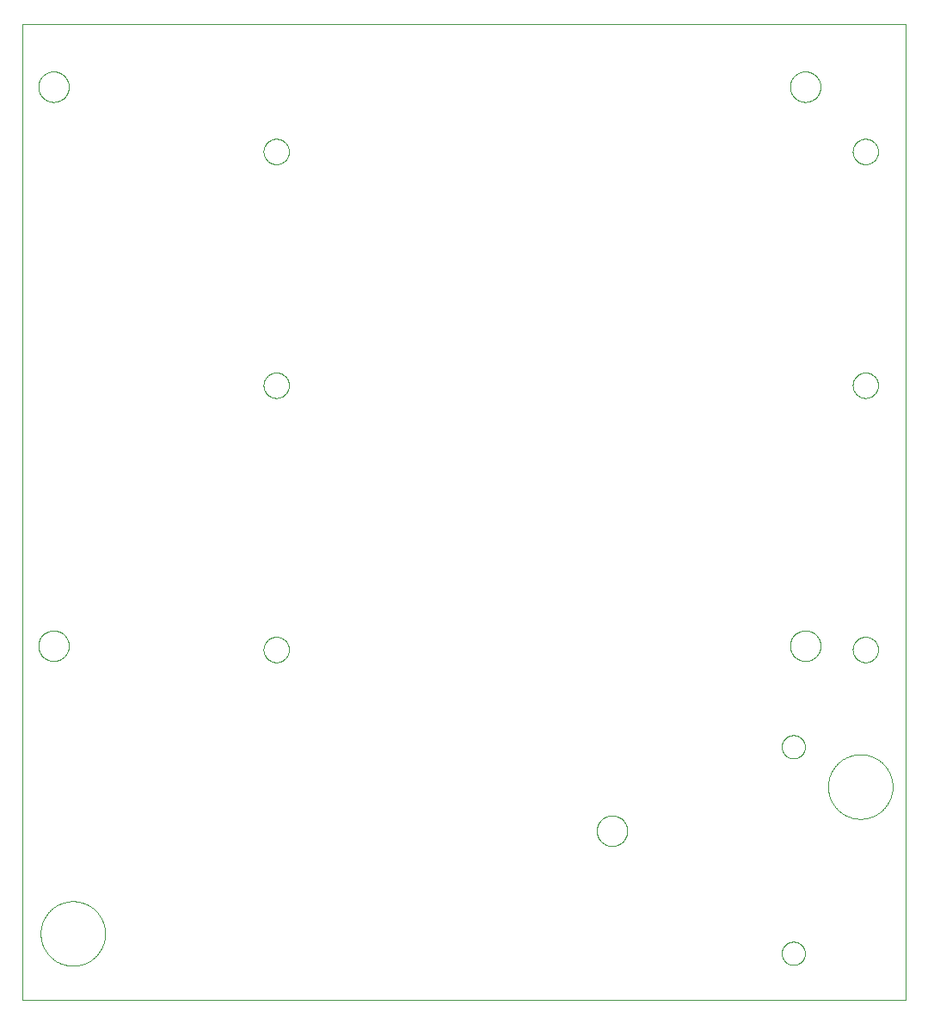
<source format=gbp>
G75*
%MOIN*%
%OFA0B0*%
%FSLAX25Y25*%
%IPPOS*%
%LPD*%
%AMOC8*
5,1,8,0,0,1.08239X$1,22.5*
%
%ADD10C,0.00000*%
D10*
X0017623Y0020253D02*
X0017623Y0398206D01*
X0360143Y0398206D01*
X0360143Y0020253D01*
X0017623Y0020253D01*
X0024808Y0045843D02*
X0024812Y0046150D01*
X0024823Y0046456D01*
X0024842Y0046763D01*
X0024868Y0047068D01*
X0024902Y0047373D01*
X0024943Y0047677D01*
X0024992Y0047980D01*
X0025048Y0048282D01*
X0025112Y0048582D01*
X0025183Y0048880D01*
X0025261Y0049177D01*
X0025346Y0049472D01*
X0025439Y0049764D01*
X0025539Y0050054D01*
X0025646Y0050342D01*
X0025760Y0050627D01*
X0025880Y0050909D01*
X0026008Y0051187D01*
X0026143Y0051463D01*
X0026284Y0051735D01*
X0026432Y0052004D01*
X0026586Y0052269D01*
X0026747Y0052530D01*
X0026915Y0052788D01*
X0027088Y0053041D01*
X0027268Y0053289D01*
X0027454Y0053533D01*
X0027645Y0053773D01*
X0027843Y0054008D01*
X0028046Y0054237D01*
X0028255Y0054462D01*
X0028469Y0054682D01*
X0028689Y0054896D01*
X0028914Y0055105D01*
X0029143Y0055308D01*
X0029378Y0055506D01*
X0029618Y0055697D01*
X0029862Y0055883D01*
X0030110Y0056063D01*
X0030363Y0056236D01*
X0030621Y0056404D01*
X0030882Y0056565D01*
X0031147Y0056719D01*
X0031416Y0056867D01*
X0031688Y0057008D01*
X0031964Y0057143D01*
X0032242Y0057271D01*
X0032524Y0057391D01*
X0032809Y0057505D01*
X0033097Y0057612D01*
X0033387Y0057712D01*
X0033679Y0057805D01*
X0033974Y0057890D01*
X0034271Y0057968D01*
X0034569Y0058039D01*
X0034869Y0058103D01*
X0035171Y0058159D01*
X0035474Y0058208D01*
X0035778Y0058249D01*
X0036083Y0058283D01*
X0036388Y0058309D01*
X0036695Y0058328D01*
X0037001Y0058339D01*
X0037308Y0058343D01*
X0037615Y0058339D01*
X0037921Y0058328D01*
X0038228Y0058309D01*
X0038533Y0058283D01*
X0038838Y0058249D01*
X0039142Y0058208D01*
X0039445Y0058159D01*
X0039747Y0058103D01*
X0040047Y0058039D01*
X0040345Y0057968D01*
X0040642Y0057890D01*
X0040937Y0057805D01*
X0041229Y0057712D01*
X0041519Y0057612D01*
X0041807Y0057505D01*
X0042092Y0057391D01*
X0042374Y0057271D01*
X0042652Y0057143D01*
X0042928Y0057008D01*
X0043200Y0056867D01*
X0043469Y0056719D01*
X0043734Y0056565D01*
X0043995Y0056404D01*
X0044253Y0056236D01*
X0044506Y0056063D01*
X0044754Y0055883D01*
X0044998Y0055697D01*
X0045238Y0055506D01*
X0045473Y0055308D01*
X0045702Y0055105D01*
X0045927Y0054896D01*
X0046147Y0054682D01*
X0046361Y0054462D01*
X0046570Y0054237D01*
X0046773Y0054008D01*
X0046971Y0053773D01*
X0047162Y0053533D01*
X0047348Y0053289D01*
X0047528Y0053041D01*
X0047701Y0052788D01*
X0047869Y0052530D01*
X0048030Y0052269D01*
X0048184Y0052004D01*
X0048332Y0051735D01*
X0048473Y0051463D01*
X0048608Y0051187D01*
X0048736Y0050909D01*
X0048856Y0050627D01*
X0048970Y0050342D01*
X0049077Y0050054D01*
X0049177Y0049764D01*
X0049270Y0049472D01*
X0049355Y0049177D01*
X0049433Y0048880D01*
X0049504Y0048582D01*
X0049568Y0048282D01*
X0049624Y0047980D01*
X0049673Y0047677D01*
X0049714Y0047373D01*
X0049748Y0047068D01*
X0049774Y0046763D01*
X0049793Y0046456D01*
X0049804Y0046150D01*
X0049808Y0045843D01*
X0049804Y0045536D01*
X0049793Y0045230D01*
X0049774Y0044923D01*
X0049748Y0044618D01*
X0049714Y0044313D01*
X0049673Y0044009D01*
X0049624Y0043706D01*
X0049568Y0043404D01*
X0049504Y0043104D01*
X0049433Y0042806D01*
X0049355Y0042509D01*
X0049270Y0042214D01*
X0049177Y0041922D01*
X0049077Y0041632D01*
X0048970Y0041344D01*
X0048856Y0041059D01*
X0048736Y0040777D01*
X0048608Y0040499D01*
X0048473Y0040223D01*
X0048332Y0039951D01*
X0048184Y0039682D01*
X0048030Y0039417D01*
X0047869Y0039156D01*
X0047701Y0038898D01*
X0047528Y0038645D01*
X0047348Y0038397D01*
X0047162Y0038153D01*
X0046971Y0037913D01*
X0046773Y0037678D01*
X0046570Y0037449D01*
X0046361Y0037224D01*
X0046147Y0037004D01*
X0045927Y0036790D01*
X0045702Y0036581D01*
X0045473Y0036378D01*
X0045238Y0036180D01*
X0044998Y0035989D01*
X0044754Y0035803D01*
X0044506Y0035623D01*
X0044253Y0035450D01*
X0043995Y0035282D01*
X0043734Y0035121D01*
X0043469Y0034967D01*
X0043200Y0034819D01*
X0042928Y0034678D01*
X0042652Y0034543D01*
X0042374Y0034415D01*
X0042092Y0034295D01*
X0041807Y0034181D01*
X0041519Y0034074D01*
X0041229Y0033974D01*
X0040937Y0033881D01*
X0040642Y0033796D01*
X0040345Y0033718D01*
X0040047Y0033647D01*
X0039747Y0033583D01*
X0039445Y0033527D01*
X0039142Y0033478D01*
X0038838Y0033437D01*
X0038533Y0033403D01*
X0038228Y0033377D01*
X0037921Y0033358D01*
X0037615Y0033347D01*
X0037308Y0033343D01*
X0037001Y0033347D01*
X0036695Y0033358D01*
X0036388Y0033377D01*
X0036083Y0033403D01*
X0035778Y0033437D01*
X0035474Y0033478D01*
X0035171Y0033527D01*
X0034869Y0033583D01*
X0034569Y0033647D01*
X0034271Y0033718D01*
X0033974Y0033796D01*
X0033679Y0033881D01*
X0033387Y0033974D01*
X0033097Y0034074D01*
X0032809Y0034181D01*
X0032524Y0034295D01*
X0032242Y0034415D01*
X0031964Y0034543D01*
X0031688Y0034678D01*
X0031416Y0034819D01*
X0031147Y0034967D01*
X0030882Y0035121D01*
X0030621Y0035282D01*
X0030363Y0035450D01*
X0030110Y0035623D01*
X0029862Y0035803D01*
X0029618Y0035989D01*
X0029378Y0036180D01*
X0029143Y0036378D01*
X0028914Y0036581D01*
X0028689Y0036790D01*
X0028469Y0037004D01*
X0028255Y0037224D01*
X0028046Y0037449D01*
X0027843Y0037678D01*
X0027645Y0037913D01*
X0027454Y0038153D01*
X0027268Y0038397D01*
X0027088Y0038645D01*
X0026915Y0038898D01*
X0026747Y0039156D01*
X0026586Y0039417D01*
X0026432Y0039682D01*
X0026284Y0039951D01*
X0026143Y0040223D01*
X0026008Y0040499D01*
X0025880Y0040777D01*
X0025760Y0041059D01*
X0025646Y0041344D01*
X0025539Y0041632D01*
X0025439Y0041922D01*
X0025346Y0042214D01*
X0025261Y0042509D01*
X0025183Y0042806D01*
X0025112Y0043104D01*
X0025048Y0043404D01*
X0024992Y0043706D01*
X0024943Y0044009D01*
X0024902Y0044313D01*
X0024868Y0044618D01*
X0024842Y0044923D01*
X0024823Y0045230D01*
X0024812Y0045536D01*
X0024808Y0045843D01*
X0111206Y0155843D02*
X0111208Y0155983D01*
X0111214Y0156123D01*
X0111224Y0156262D01*
X0111238Y0156401D01*
X0111256Y0156540D01*
X0111277Y0156678D01*
X0111303Y0156816D01*
X0111333Y0156953D01*
X0111366Y0157088D01*
X0111404Y0157223D01*
X0111445Y0157357D01*
X0111490Y0157490D01*
X0111538Y0157621D01*
X0111591Y0157750D01*
X0111647Y0157879D01*
X0111706Y0158005D01*
X0111770Y0158130D01*
X0111836Y0158253D01*
X0111907Y0158374D01*
X0111980Y0158493D01*
X0112057Y0158610D01*
X0112138Y0158724D01*
X0112221Y0158836D01*
X0112308Y0158946D01*
X0112398Y0159054D01*
X0112490Y0159158D01*
X0112586Y0159260D01*
X0112685Y0159360D01*
X0112786Y0159456D01*
X0112890Y0159550D01*
X0112997Y0159640D01*
X0113106Y0159727D01*
X0113218Y0159812D01*
X0113332Y0159893D01*
X0113448Y0159971D01*
X0113566Y0160045D01*
X0113687Y0160116D01*
X0113809Y0160184D01*
X0113934Y0160248D01*
X0114060Y0160309D01*
X0114187Y0160366D01*
X0114317Y0160419D01*
X0114448Y0160469D01*
X0114580Y0160514D01*
X0114713Y0160557D01*
X0114848Y0160595D01*
X0114983Y0160629D01*
X0115120Y0160660D01*
X0115257Y0160687D01*
X0115395Y0160709D01*
X0115534Y0160728D01*
X0115673Y0160743D01*
X0115812Y0160754D01*
X0115952Y0160761D01*
X0116092Y0160764D01*
X0116232Y0160763D01*
X0116372Y0160758D01*
X0116511Y0160749D01*
X0116651Y0160736D01*
X0116790Y0160719D01*
X0116928Y0160698D01*
X0117066Y0160674D01*
X0117203Y0160645D01*
X0117339Y0160613D01*
X0117474Y0160576D01*
X0117608Y0160536D01*
X0117741Y0160492D01*
X0117872Y0160444D01*
X0118002Y0160393D01*
X0118131Y0160338D01*
X0118258Y0160279D01*
X0118383Y0160216D01*
X0118506Y0160151D01*
X0118628Y0160081D01*
X0118747Y0160008D01*
X0118865Y0159932D01*
X0118980Y0159853D01*
X0119093Y0159770D01*
X0119203Y0159684D01*
X0119311Y0159595D01*
X0119416Y0159503D01*
X0119519Y0159408D01*
X0119619Y0159310D01*
X0119716Y0159210D01*
X0119810Y0159106D01*
X0119902Y0159000D01*
X0119990Y0158892D01*
X0120075Y0158781D01*
X0120157Y0158667D01*
X0120236Y0158551D01*
X0120311Y0158434D01*
X0120383Y0158314D01*
X0120451Y0158192D01*
X0120516Y0158068D01*
X0120578Y0157942D01*
X0120636Y0157815D01*
X0120690Y0157686D01*
X0120741Y0157555D01*
X0120787Y0157423D01*
X0120830Y0157290D01*
X0120870Y0157156D01*
X0120905Y0157021D01*
X0120937Y0156884D01*
X0120964Y0156747D01*
X0120988Y0156609D01*
X0121008Y0156471D01*
X0121024Y0156332D01*
X0121036Y0156192D01*
X0121044Y0156053D01*
X0121048Y0155913D01*
X0121048Y0155773D01*
X0121044Y0155633D01*
X0121036Y0155494D01*
X0121024Y0155354D01*
X0121008Y0155215D01*
X0120988Y0155077D01*
X0120964Y0154939D01*
X0120937Y0154802D01*
X0120905Y0154665D01*
X0120870Y0154530D01*
X0120830Y0154396D01*
X0120787Y0154263D01*
X0120741Y0154131D01*
X0120690Y0154000D01*
X0120636Y0153871D01*
X0120578Y0153744D01*
X0120516Y0153618D01*
X0120451Y0153494D01*
X0120383Y0153372D01*
X0120311Y0153252D01*
X0120236Y0153135D01*
X0120157Y0153019D01*
X0120075Y0152905D01*
X0119990Y0152794D01*
X0119902Y0152686D01*
X0119810Y0152580D01*
X0119716Y0152476D01*
X0119619Y0152376D01*
X0119519Y0152278D01*
X0119416Y0152183D01*
X0119311Y0152091D01*
X0119203Y0152002D01*
X0119093Y0151916D01*
X0118980Y0151833D01*
X0118865Y0151754D01*
X0118747Y0151678D01*
X0118628Y0151605D01*
X0118506Y0151535D01*
X0118383Y0151470D01*
X0118258Y0151407D01*
X0118131Y0151348D01*
X0118002Y0151293D01*
X0117872Y0151242D01*
X0117741Y0151194D01*
X0117608Y0151150D01*
X0117474Y0151110D01*
X0117339Y0151073D01*
X0117203Y0151041D01*
X0117066Y0151012D01*
X0116928Y0150988D01*
X0116790Y0150967D01*
X0116651Y0150950D01*
X0116511Y0150937D01*
X0116372Y0150928D01*
X0116232Y0150923D01*
X0116092Y0150922D01*
X0115952Y0150925D01*
X0115812Y0150932D01*
X0115673Y0150943D01*
X0115534Y0150958D01*
X0115395Y0150977D01*
X0115257Y0150999D01*
X0115120Y0151026D01*
X0114983Y0151057D01*
X0114848Y0151091D01*
X0114713Y0151129D01*
X0114580Y0151172D01*
X0114448Y0151217D01*
X0114317Y0151267D01*
X0114187Y0151320D01*
X0114060Y0151377D01*
X0113934Y0151438D01*
X0113809Y0151502D01*
X0113687Y0151570D01*
X0113566Y0151641D01*
X0113448Y0151715D01*
X0113332Y0151793D01*
X0113218Y0151874D01*
X0113106Y0151959D01*
X0112997Y0152046D01*
X0112890Y0152136D01*
X0112786Y0152230D01*
X0112685Y0152326D01*
X0112586Y0152426D01*
X0112490Y0152528D01*
X0112398Y0152632D01*
X0112308Y0152740D01*
X0112221Y0152850D01*
X0112138Y0152962D01*
X0112057Y0153076D01*
X0111980Y0153193D01*
X0111907Y0153312D01*
X0111836Y0153433D01*
X0111770Y0153556D01*
X0111706Y0153681D01*
X0111647Y0153807D01*
X0111591Y0153936D01*
X0111538Y0154065D01*
X0111490Y0154196D01*
X0111445Y0154329D01*
X0111404Y0154463D01*
X0111366Y0154598D01*
X0111333Y0154733D01*
X0111303Y0154870D01*
X0111277Y0155008D01*
X0111256Y0155146D01*
X0111238Y0155285D01*
X0111224Y0155424D01*
X0111214Y0155563D01*
X0111208Y0155703D01*
X0111206Y0155843D01*
X0023914Y0157316D02*
X0023916Y0157469D01*
X0023922Y0157623D01*
X0023932Y0157776D01*
X0023946Y0157928D01*
X0023964Y0158081D01*
X0023986Y0158232D01*
X0024011Y0158383D01*
X0024041Y0158534D01*
X0024075Y0158684D01*
X0024112Y0158832D01*
X0024153Y0158980D01*
X0024198Y0159126D01*
X0024247Y0159272D01*
X0024300Y0159416D01*
X0024356Y0159558D01*
X0024416Y0159699D01*
X0024480Y0159839D01*
X0024547Y0159977D01*
X0024618Y0160113D01*
X0024693Y0160247D01*
X0024770Y0160379D01*
X0024852Y0160509D01*
X0024936Y0160637D01*
X0025024Y0160763D01*
X0025115Y0160886D01*
X0025209Y0161007D01*
X0025307Y0161125D01*
X0025407Y0161241D01*
X0025511Y0161354D01*
X0025617Y0161465D01*
X0025726Y0161573D01*
X0025838Y0161678D01*
X0025952Y0161779D01*
X0026070Y0161878D01*
X0026189Y0161974D01*
X0026311Y0162067D01*
X0026436Y0162156D01*
X0026563Y0162243D01*
X0026692Y0162325D01*
X0026823Y0162405D01*
X0026956Y0162481D01*
X0027091Y0162554D01*
X0027228Y0162623D01*
X0027367Y0162688D01*
X0027507Y0162750D01*
X0027649Y0162808D01*
X0027792Y0162863D01*
X0027937Y0162914D01*
X0028083Y0162961D01*
X0028230Y0163004D01*
X0028378Y0163043D01*
X0028527Y0163079D01*
X0028677Y0163110D01*
X0028828Y0163138D01*
X0028979Y0163162D01*
X0029132Y0163182D01*
X0029284Y0163198D01*
X0029437Y0163210D01*
X0029590Y0163218D01*
X0029743Y0163222D01*
X0029897Y0163222D01*
X0030050Y0163218D01*
X0030203Y0163210D01*
X0030356Y0163198D01*
X0030508Y0163182D01*
X0030661Y0163162D01*
X0030812Y0163138D01*
X0030963Y0163110D01*
X0031113Y0163079D01*
X0031262Y0163043D01*
X0031410Y0163004D01*
X0031557Y0162961D01*
X0031703Y0162914D01*
X0031848Y0162863D01*
X0031991Y0162808D01*
X0032133Y0162750D01*
X0032273Y0162688D01*
X0032412Y0162623D01*
X0032549Y0162554D01*
X0032684Y0162481D01*
X0032817Y0162405D01*
X0032948Y0162325D01*
X0033077Y0162243D01*
X0033204Y0162156D01*
X0033329Y0162067D01*
X0033451Y0161974D01*
X0033570Y0161878D01*
X0033688Y0161779D01*
X0033802Y0161678D01*
X0033914Y0161573D01*
X0034023Y0161465D01*
X0034129Y0161354D01*
X0034233Y0161241D01*
X0034333Y0161125D01*
X0034431Y0161007D01*
X0034525Y0160886D01*
X0034616Y0160763D01*
X0034704Y0160637D01*
X0034788Y0160509D01*
X0034870Y0160379D01*
X0034947Y0160247D01*
X0035022Y0160113D01*
X0035093Y0159977D01*
X0035160Y0159839D01*
X0035224Y0159699D01*
X0035284Y0159558D01*
X0035340Y0159416D01*
X0035393Y0159272D01*
X0035442Y0159126D01*
X0035487Y0158980D01*
X0035528Y0158832D01*
X0035565Y0158684D01*
X0035599Y0158534D01*
X0035629Y0158383D01*
X0035654Y0158232D01*
X0035676Y0158081D01*
X0035694Y0157928D01*
X0035708Y0157776D01*
X0035718Y0157623D01*
X0035724Y0157469D01*
X0035726Y0157316D01*
X0035724Y0157163D01*
X0035718Y0157009D01*
X0035708Y0156856D01*
X0035694Y0156704D01*
X0035676Y0156551D01*
X0035654Y0156400D01*
X0035629Y0156249D01*
X0035599Y0156098D01*
X0035565Y0155948D01*
X0035528Y0155800D01*
X0035487Y0155652D01*
X0035442Y0155506D01*
X0035393Y0155360D01*
X0035340Y0155216D01*
X0035284Y0155074D01*
X0035224Y0154933D01*
X0035160Y0154793D01*
X0035093Y0154655D01*
X0035022Y0154519D01*
X0034947Y0154385D01*
X0034870Y0154253D01*
X0034788Y0154123D01*
X0034704Y0153995D01*
X0034616Y0153869D01*
X0034525Y0153746D01*
X0034431Y0153625D01*
X0034333Y0153507D01*
X0034233Y0153391D01*
X0034129Y0153278D01*
X0034023Y0153167D01*
X0033914Y0153059D01*
X0033802Y0152954D01*
X0033688Y0152853D01*
X0033570Y0152754D01*
X0033451Y0152658D01*
X0033329Y0152565D01*
X0033204Y0152476D01*
X0033077Y0152389D01*
X0032948Y0152307D01*
X0032817Y0152227D01*
X0032684Y0152151D01*
X0032549Y0152078D01*
X0032412Y0152009D01*
X0032273Y0151944D01*
X0032133Y0151882D01*
X0031991Y0151824D01*
X0031848Y0151769D01*
X0031703Y0151718D01*
X0031557Y0151671D01*
X0031410Y0151628D01*
X0031262Y0151589D01*
X0031113Y0151553D01*
X0030963Y0151522D01*
X0030812Y0151494D01*
X0030661Y0151470D01*
X0030508Y0151450D01*
X0030356Y0151434D01*
X0030203Y0151422D01*
X0030050Y0151414D01*
X0029897Y0151410D01*
X0029743Y0151410D01*
X0029590Y0151414D01*
X0029437Y0151422D01*
X0029284Y0151434D01*
X0029132Y0151450D01*
X0028979Y0151470D01*
X0028828Y0151494D01*
X0028677Y0151522D01*
X0028527Y0151553D01*
X0028378Y0151589D01*
X0028230Y0151628D01*
X0028083Y0151671D01*
X0027937Y0151718D01*
X0027792Y0151769D01*
X0027649Y0151824D01*
X0027507Y0151882D01*
X0027367Y0151944D01*
X0027228Y0152009D01*
X0027091Y0152078D01*
X0026956Y0152151D01*
X0026823Y0152227D01*
X0026692Y0152307D01*
X0026563Y0152389D01*
X0026436Y0152476D01*
X0026311Y0152565D01*
X0026189Y0152658D01*
X0026070Y0152754D01*
X0025952Y0152853D01*
X0025838Y0152954D01*
X0025726Y0153059D01*
X0025617Y0153167D01*
X0025511Y0153278D01*
X0025407Y0153391D01*
X0025307Y0153507D01*
X0025209Y0153625D01*
X0025115Y0153746D01*
X0025024Y0153869D01*
X0024936Y0153995D01*
X0024852Y0154123D01*
X0024770Y0154253D01*
X0024693Y0154385D01*
X0024618Y0154519D01*
X0024547Y0154655D01*
X0024480Y0154793D01*
X0024416Y0154933D01*
X0024356Y0155074D01*
X0024300Y0155216D01*
X0024247Y0155360D01*
X0024198Y0155506D01*
X0024153Y0155652D01*
X0024112Y0155800D01*
X0024075Y0155948D01*
X0024041Y0156098D01*
X0024011Y0156249D01*
X0023986Y0156400D01*
X0023964Y0156551D01*
X0023946Y0156704D01*
X0023932Y0156856D01*
X0023922Y0157009D01*
X0023916Y0157163D01*
X0023914Y0157316D01*
X0111206Y0258206D02*
X0111208Y0258346D01*
X0111214Y0258486D01*
X0111224Y0258625D01*
X0111238Y0258764D01*
X0111256Y0258903D01*
X0111277Y0259041D01*
X0111303Y0259179D01*
X0111333Y0259316D01*
X0111366Y0259451D01*
X0111404Y0259586D01*
X0111445Y0259720D01*
X0111490Y0259853D01*
X0111538Y0259984D01*
X0111591Y0260113D01*
X0111647Y0260242D01*
X0111706Y0260368D01*
X0111770Y0260493D01*
X0111836Y0260616D01*
X0111907Y0260737D01*
X0111980Y0260856D01*
X0112057Y0260973D01*
X0112138Y0261087D01*
X0112221Y0261199D01*
X0112308Y0261309D01*
X0112398Y0261417D01*
X0112490Y0261521D01*
X0112586Y0261623D01*
X0112685Y0261723D01*
X0112786Y0261819D01*
X0112890Y0261913D01*
X0112997Y0262003D01*
X0113106Y0262090D01*
X0113218Y0262175D01*
X0113332Y0262256D01*
X0113448Y0262334D01*
X0113566Y0262408D01*
X0113687Y0262479D01*
X0113809Y0262547D01*
X0113934Y0262611D01*
X0114060Y0262672D01*
X0114187Y0262729D01*
X0114317Y0262782D01*
X0114448Y0262832D01*
X0114580Y0262877D01*
X0114713Y0262920D01*
X0114848Y0262958D01*
X0114983Y0262992D01*
X0115120Y0263023D01*
X0115257Y0263050D01*
X0115395Y0263072D01*
X0115534Y0263091D01*
X0115673Y0263106D01*
X0115812Y0263117D01*
X0115952Y0263124D01*
X0116092Y0263127D01*
X0116232Y0263126D01*
X0116372Y0263121D01*
X0116511Y0263112D01*
X0116651Y0263099D01*
X0116790Y0263082D01*
X0116928Y0263061D01*
X0117066Y0263037D01*
X0117203Y0263008D01*
X0117339Y0262976D01*
X0117474Y0262939D01*
X0117608Y0262899D01*
X0117741Y0262855D01*
X0117872Y0262807D01*
X0118002Y0262756D01*
X0118131Y0262701D01*
X0118258Y0262642D01*
X0118383Y0262579D01*
X0118506Y0262514D01*
X0118628Y0262444D01*
X0118747Y0262371D01*
X0118865Y0262295D01*
X0118980Y0262216D01*
X0119093Y0262133D01*
X0119203Y0262047D01*
X0119311Y0261958D01*
X0119416Y0261866D01*
X0119519Y0261771D01*
X0119619Y0261673D01*
X0119716Y0261573D01*
X0119810Y0261469D01*
X0119902Y0261363D01*
X0119990Y0261255D01*
X0120075Y0261144D01*
X0120157Y0261030D01*
X0120236Y0260914D01*
X0120311Y0260797D01*
X0120383Y0260677D01*
X0120451Y0260555D01*
X0120516Y0260431D01*
X0120578Y0260305D01*
X0120636Y0260178D01*
X0120690Y0260049D01*
X0120741Y0259918D01*
X0120787Y0259786D01*
X0120830Y0259653D01*
X0120870Y0259519D01*
X0120905Y0259384D01*
X0120937Y0259247D01*
X0120964Y0259110D01*
X0120988Y0258972D01*
X0121008Y0258834D01*
X0121024Y0258695D01*
X0121036Y0258555D01*
X0121044Y0258416D01*
X0121048Y0258276D01*
X0121048Y0258136D01*
X0121044Y0257996D01*
X0121036Y0257857D01*
X0121024Y0257717D01*
X0121008Y0257578D01*
X0120988Y0257440D01*
X0120964Y0257302D01*
X0120937Y0257165D01*
X0120905Y0257028D01*
X0120870Y0256893D01*
X0120830Y0256759D01*
X0120787Y0256626D01*
X0120741Y0256494D01*
X0120690Y0256363D01*
X0120636Y0256234D01*
X0120578Y0256107D01*
X0120516Y0255981D01*
X0120451Y0255857D01*
X0120383Y0255735D01*
X0120311Y0255615D01*
X0120236Y0255498D01*
X0120157Y0255382D01*
X0120075Y0255268D01*
X0119990Y0255157D01*
X0119902Y0255049D01*
X0119810Y0254943D01*
X0119716Y0254839D01*
X0119619Y0254739D01*
X0119519Y0254641D01*
X0119416Y0254546D01*
X0119311Y0254454D01*
X0119203Y0254365D01*
X0119093Y0254279D01*
X0118980Y0254196D01*
X0118865Y0254117D01*
X0118747Y0254041D01*
X0118628Y0253968D01*
X0118506Y0253898D01*
X0118383Y0253833D01*
X0118258Y0253770D01*
X0118131Y0253711D01*
X0118002Y0253656D01*
X0117872Y0253605D01*
X0117741Y0253557D01*
X0117608Y0253513D01*
X0117474Y0253473D01*
X0117339Y0253436D01*
X0117203Y0253404D01*
X0117066Y0253375D01*
X0116928Y0253351D01*
X0116790Y0253330D01*
X0116651Y0253313D01*
X0116511Y0253300D01*
X0116372Y0253291D01*
X0116232Y0253286D01*
X0116092Y0253285D01*
X0115952Y0253288D01*
X0115812Y0253295D01*
X0115673Y0253306D01*
X0115534Y0253321D01*
X0115395Y0253340D01*
X0115257Y0253362D01*
X0115120Y0253389D01*
X0114983Y0253420D01*
X0114848Y0253454D01*
X0114713Y0253492D01*
X0114580Y0253535D01*
X0114448Y0253580D01*
X0114317Y0253630D01*
X0114187Y0253683D01*
X0114060Y0253740D01*
X0113934Y0253801D01*
X0113809Y0253865D01*
X0113687Y0253933D01*
X0113566Y0254004D01*
X0113448Y0254078D01*
X0113332Y0254156D01*
X0113218Y0254237D01*
X0113106Y0254322D01*
X0112997Y0254409D01*
X0112890Y0254499D01*
X0112786Y0254593D01*
X0112685Y0254689D01*
X0112586Y0254789D01*
X0112490Y0254891D01*
X0112398Y0254995D01*
X0112308Y0255103D01*
X0112221Y0255213D01*
X0112138Y0255325D01*
X0112057Y0255439D01*
X0111980Y0255556D01*
X0111907Y0255675D01*
X0111836Y0255796D01*
X0111770Y0255919D01*
X0111706Y0256044D01*
X0111647Y0256170D01*
X0111591Y0256299D01*
X0111538Y0256428D01*
X0111490Y0256559D01*
X0111445Y0256692D01*
X0111404Y0256826D01*
X0111366Y0256961D01*
X0111333Y0257096D01*
X0111303Y0257233D01*
X0111277Y0257371D01*
X0111256Y0257509D01*
X0111238Y0257648D01*
X0111224Y0257787D01*
X0111214Y0257926D01*
X0111208Y0258066D01*
X0111206Y0258206D01*
X0111206Y0348757D02*
X0111208Y0348897D01*
X0111214Y0349037D01*
X0111224Y0349176D01*
X0111238Y0349315D01*
X0111256Y0349454D01*
X0111277Y0349592D01*
X0111303Y0349730D01*
X0111333Y0349867D01*
X0111366Y0350002D01*
X0111404Y0350137D01*
X0111445Y0350271D01*
X0111490Y0350404D01*
X0111538Y0350535D01*
X0111591Y0350664D01*
X0111647Y0350793D01*
X0111706Y0350919D01*
X0111770Y0351044D01*
X0111836Y0351167D01*
X0111907Y0351288D01*
X0111980Y0351407D01*
X0112057Y0351524D01*
X0112138Y0351638D01*
X0112221Y0351750D01*
X0112308Y0351860D01*
X0112398Y0351968D01*
X0112490Y0352072D01*
X0112586Y0352174D01*
X0112685Y0352274D01*
X0112786Y0352370D01*
X0112890Y0352464D01*
X0112997Y0352554D01*
X0113106Y0352641D01*
X0113218Y0352726D01*
X0113332Y0352807D01*
X0113448Y0352885D01*
X0113566Y0352959D01*
X0113687Y0353030D01*
X0113809Y0353098D01*
X0113934Y0353162D01*
X0114060Y0353223D01*
X0114187Y0353280D01*
X0114317Y0353333D01*
X0114448Y0353383D01*
X0114580Y0353428D01*
X0114713Y0353471D01*
X0114848Y0353509D01*
X0114983Y0353543D01*
X0115120Y0353574D01*
X0115257Y0353601D01*
X0115395Y0353623D01*
X0115534Y0353642D01*
X0115673Y0353657D01*
X0115812Y0353668D01*
X0115952Y0353675D01*
X0116092Y0353678D01*
X0116232Y0353677D01*
X0116372Y0353672D01*
X0116511Y0353663D01*
X0116651Y0353650D01*
X0116790Y0353633D01*
X0116928Y0353612D01*
X0117066Y0353588D01*
X0117203Y0353559D01*
X0117339Y0353527D01*
X0117474Y0353490D01*
X0117608Y0353450D01*
X0117741Y0353406D01*
X0117872Y0353358D01*
X0118002Y0353307D01*
X0118131Y0353252D01*
X0118258Y0353193D01*
X0118383Y0353130D01*
X0118506Y0353065D01*
X0118628Y0352995D01*
X0118747Y0352922D01*
X0118865Y0352846D01*
X0118980Y0352767D01*
X0119093Y0352684D01*
X0119203Y0352598D01*
X0119311Y0352509D01*
X0119416Y0352417D01*
X0119519Y0352322D01*
X0119619Y0352224D01*
X0119716Y0352124D01*
X0119810Y0352020D01*
X0119902Y0351914D01*
X0119990Y0351806D01*
X0120075Y0351695D01*
X0120157Y0351581D01*
X0120236Y0351465D01*
X0120311Y0351348D01*
X0120383Y0351228D01*
X0120451Y0351106D01*
X0120516Y0350982D01*
X0120578Y0350856D01*
X0120636Y0350729D01*
X0120690Y0350600D01*
X0120741Y0350469D01*
X0120787Y0350337D01*
X0120830Y0350204D01*
X0120870Y0350070D01*
X0120905Y0349935D01*
X0120937Y0349798D01*
X0120964Y0349661D01*
X0120988Y0349523D01*
X0121008Y0349385D01*
X0121024Y0349246D01*
X0121036Y0349106D01*
X0121044Y0348967D01*
X0121048Y0348827D01*
X0121048Y0348687D01*
X0121044Y0348547D01*
X0121036Y0348408D01*
X0121024Y0348268D01*
X0121008Y0348129D01*
X0120988Y0347991D01*
X0120964Y0347853D01*
X0120937Y0347716D01*
X0120905Y0347579D01*
X0120870Y0347444D01*
X0120830Y0347310D01*
X0120787Y0347177D01*
X0120741Y0347045D01*
X0120690Y0346914D01*
X0120636Y0346785D01*
X0120578Y0346658D01*
X0120516Y0346532D01*
X0120451Y0346408D01*
X0120383Y0346286D01*
X0120311Y0346166D01*
X0120236Y0346049D01*
X0120157Y0345933D01*
X0120075Y0345819D01*
X0119990Y0345708D01*
X0119902Y0345600D01*
X0119810Y0345494D01*
X0119716Y0345390D01*
X0119619Y0345290D01*
X0119519Y0345192D01*
X0119416Y0345097D01*
X0119311Y0345005D01*
X0119203Y0344916D01*
X0119093Y0344830D01*
X0118980Y0344747D01*
X0118865Y0344668D01*
X0118747Y0344592D01*
X0118628Y0344519D01*
X0118506Y0344449D01*
X0118383Y0344384D01*
X0118258Y0344321D01*
X0118131Y0344262D01*
X0118002Y0344207D01*
X0117872Y0344156D01*
X0117741Y0344108D01*
X0117608Y0344064D01*
X0117474Y0344024D01*
X0117339Y0343987D01*
X0117203Y0343955D01*
X0117066Y0343926D01*
X0116928Y0343902D01*
X0116790Y0343881D01*
X0116651Y0343864D01*
X0116511Y0343851D01*
X0116372Y0343842D01*
X0116232Y0343837D01*
X0116092Y0343836D01*
X0115952Y0343839D01*
X0115812Y0343846D01*
X0115673Y0343857D01*
X0115534Y0343872D01*
X0115395Y0343891D01*
X0115257Y0343913D01*
X0115120Y0343940D01*
X0114983Y0343971D01*
X0114848Y0344005D01*
X0114713Y0344043D01*
X0114580Y0344086D01*
X0114448Y0344131D01*
X0114317Y0344181D01*
X0114187Y0344234D01*
X0114060Y0344291D01*
X0113934Y0344352D01*
X0113809Y0344416D01*
X0113687Y0344484D01*
X0113566Y0344555D01*
X0113448Y0344629D01*
X0113332Y0344707D01*
X0113218Y0344788D01*
X0113106Y0344873D01*
X0112997Y0344960D01*
X0112890Y0345050D01*
X0112786Y0345144D01*
X0112685Y0345240D01*
X0112586Y0345340D01*
X0112490Y0345442D01*
X0112398Y0345546D01*
X0112308Y0345654D01*
X0112221Y0345764D01*
X0112138Y0345876D01*
X0112057Y0345990D01*
X0111980Y0346107D01*
X0111907Y0346226D01*
X0111836Y0346347D01*
X0111770Y0346470D01*
X0111706Y0346595D01*
X0111647Y0346721D01*
X0111591Y0346850D01*
X0111538Y0346979D01*
X0111490Y0347110D01*
X0111445Y0347243D01*
X0111404Y0347377D01*
X0111366Y0347512D01*
X0111333Y0347647D01*
X0111303Y0347784D01*
X0111277Y0347922D01*
X0111256Y0348060D01*
X0111238Y0348199D01*
X0111224Y0348338D01*
X0111214Y0348477D01*
X0111208Y0348617D01*
X0111206Y0348757D01*
X0023914Y0373851D02*
X0023916Y0374004D01*
X0023922Y0374158D01*
X0023932Y0374311D01*
X0023946Y0374463D01*
X0023964Y0374616D01*
X0023986Y0374767D01*
X0024011Y0374918D01*
X0024041Y0375069D01*
X0024075Y0375219D01*
X0024112Y0375367D01*
X0024153Y0375515D01*
X0024198Y0375661D01*
X0024247Y0375807D01*
X0024300Y0375951D01*
X0024356Y0376093D01*
X0024416Y0376234D01*
X0024480Y0376374D01*
X0024547Y0376512D01*
X0024618Y0376648D01*
X0024693Y0376782D01*
X0024770Y0376914D01*
X0024852Y0377044D01*
X0024936Y0377172D01*
X0025024Y0377298D01*
X0025115Y0377421D01*
X0025209Y0377542D01*
X0025307Y0377660D01*
X0025407Y0377776D01*
X0025511Y0377889D01*
X0025617Y0378000D01*
X0025726Y0378108D01*
X0025838Y0378213D01*
X0025952Y0378314D01*
X0026070Y0378413D01*
X0026189Y0378509D01*
X0026311Y0378602D01*
X0026436Y0378691D01*
X0026563Y0378778D01*
X0026692Y0378860D01*
X0026823Y0378940D01*
X0026956Y0379016D01*
X0027091Y0379089D01*
X0027228Y0379158D01*
X0027367Y0379223D01*
X0027507Y0379285D01*
X0027649Y0379343D01*
X0027792Y0379398D01*
X0027937Y0379449D01*
X0028083Y0379496D01*
X0028230Y0379539D01*
X0028378Y0379578D01*
X0028527Y0379614D01*
X0028677Y0379645D01*
X0028828Y0379673D01*
X0028979Y0379697D01*
X0029132Y0379717D01*
X0029284Y0379733D01*
X0029437Y0379745D01*
X0029590Y0379753D01*
X0029743Y0379757D01*
X0029897Y0379757D01*
X0030050Y0379753D01*
X0030203Y0379745D01*
X0030356Y0379733D01*
X0030508Y0379717D01*
X0030661Y0379697D01*
X0030812Y0379673D01*
X0030963Y0379645D01*
X0031113Y0379614D01*
X0031262Y0379578D01*
X0031410Y0379539D01*
X0031557Y0379496D01*
X0031703Y0379449D01*
X0031848Y0379398D01*
X0031991Y0379343D01*
X0032133Y0379285D01*
X0032273Y0379223D01*
X0032412Y0379158D01*
X0032549Y0379089D01*
X0032684Y0379016D01*
X0032817Y0378940D01*
X0032948Y0378860D01*
X0033077Y0378778D01*
X0033204Y0378691D01*
X0033329Y0378602D01*
X0033451Y0378509D01*
X0033570Y0378413D01*
X0033688Y0378314D01*
X0033802Y0378213D01*
X0033914Y0378108D01*
X0034023Y0378000D01*
X0034129Y0377889D01*
X0034233Y0377776D01*
X0034333Y0377660D01*
X0034431Y0377542D01*
X0034525Y0377421D01*
X0034616Y0377298D01*
X0034704Y0377172D01*
X0034788Y0377044D01*
X0034870Y0376914D01*
X0034947Y0376782D01*
X0035022Y0376648D01*
X0035093Y0376512D01*
X0035160Y0376374D01*
X0035224Y0376234D01*
X0035284Y0376093D01*
X0035340Y0375951D01*
X0035393Y0375807D01*
X0035442Y0375661D01*
X0035487Y0375515D01*
X0035528Y0375367D01*
X0035565Y0375219D01*
X0035599Y0375069D01*
X0035629Y0374918D01*
X0035654Y0374767D01*
X0035676Y0374616D01*
X0035694Y0374463D01*
X0035708Y0374311D01*
X0035718Y0374158D01*
X0035724Y0374004D01*
X0035726Y0373851D01*
X0035724Y0373698D01*
X0035718Y0373544D01*
X0035708Y0373391D01*
X0035694Y0373239D01*
X0035676Y0373086D01*
X0035654Y0372935D01*
X0035629Y0372784D01*
X0035599Y0372633D01*
X0035565Y0372483D01*
X0035528Y0372335D01*
X0035487Y0372187D01*
X0035442Y0372041D01*
X0035393Y0371895D01*
X0035340Y0371751D01*
X0035284Y0371609D01*
X0035224Y0371468D01*
X0035160Y0371328D01*
X0035093Y0371190D01*
X0035022Y0371054D01*
X0034947Y0370920D01*
X0034870Y0370788D01*
X0034788Y0370658D01*
X0034704Y0370530D01*
X0034616Y0370404D01*
X0034525Y0370281D01*
X0034431Y0370160D01*
X0034333Y0370042D01*
X0034233Y0369926D01*
X0034129Y0369813D01*
X0034023Y0369702D01*
X0033914Y0369594D01*
X0033802Y0369489D01*
X0033688Y0369388D01*
X0033570Y0369289D01*
X0033451Y0369193D01*
X0033329Y0369100D01*
X0033204Y0369011D01*
X0033077Y0368924D01*
X0032948Y0368842D01*
X0032817Y0368762D01*
X0032684Y0368686D01*
X0032549Y0368613D01*
X0032412Y0368544D01*
X0032273Y0368479D01*
X0032133Y0368417D01*
X0031991Y0368359D01*
X0031848Y0368304D01*
X0031703Y0368253D01*
X0031557Y0368206D01*
X0031410Y0368163D01*
X0031262Y0368124D01*
X0031113Y0368088D01*
X0030963Y0368057D01*
X0030812Y0368029D01*
X0030661Y0368005D01*
X0030508Y0367985D01*
X0030356Y0367969D01*
X0030203Y0367957D01*
X0030050Y0367949D01*
X0029897Y0367945D01*
X0029743Y0367945D01*
X0029590Y0367949D01*
X0029437Y0367957D01*
X0029284Y0367969D01*
X0029132Y0367985D01*
X0028979Y0368005D01*
X0028828Y0368029D01*
X0028677Y0368057D01*
X0028527Y0368088D01*
X0028378Y0368124D01*
X0028230Y0368163D01*
X0028083Y0368206D01*
X0027937Y0368253D01*
X0027792Y0368304D01*
X0027649Y0368359D01*
X0027507Y0368417D01*
X0027367Y0368479D01*
X0027228Y0368544D01*
X0027091Y0368613D01*
X0026956Y0368686D01*
X0026823Y0368762D01*
X0026692Y0368842D01*
X0026563Y0368924D01*
X0026436Y0369011D01*
X0026311Y0369100D01*
X0026189Y0369193D01*
X0026070Y0369289D01*
X0025952Y0369388D01*
X0025838Y0369489D01*
X0025726Y0369594D01*
X0025617Y0369702D01*
X0025511Y0369813D01*
X0025407Y0369926D01*
X0025307Y0370042D01*
X0025209Y0370160D01*
X0025115Y0370281D01*
X0025024Y0370404D01*
X0024936Y0370530D01*
X0024852Y0370658D01*
X0024770Y0370788D01*
X0024693Y0370920D01*
X0024618Y0371054D01*
X0024547Y0371190D01*
X0024480Y0371328D01*
X0024416Y0371468D01*
X0024356Y0371609D01*
X0024300Y0371751D01*
X0024247Y0371895D01*
X0024198Y0372041D01*
X0024153Y0372187D01*
X0024112Y0372335D01*
X0024075Y0372483D01*
X0024041Y0372633D01*
X0024011Y0372784D01*
X0023986Y0372935D01*
X0023964Y0373086D01*
X0023946Y0373239D01*
X0023932Y0373391D01*
X0023922Y0373544D01*
X0023916Y0373698D01*
X0023914Y0373851D01*
X0240363Y0085646D02*
X0240365Y0085799D01*
X0240371Y0085953D01*
X0240381Y0086106D01*
X0240395Y0086258D01*
X0240413Y0086411D01*
X0240435Y0086562D01*
X0240460Y0086713D01*
X0240490Y0086864D01*
X0240524Y0087014D01*
X0240561Y0087162D01*
X0240602Y0087310D01*
X0240647Y0087456D01*
X0240696Y0087602D01*
X0240749Y0087746D01*
X0240805Y0087888D01*
X0240865Y0088029D01*
X0240929Y0088169D01*
X0240996Y0088307D01*
X0241067Y0088443D01*
X0241142Y0088577D01*
X0241219Y0088709D01*
X0241301Y0088839D01*
X0241385Y0088967D01*
X0241473Y0089093D01*
X0241564Y0089216D01*
X0241658Y0089337D01*
X0241756Y0089455D01*
X0241856Y0089571D01*
X0241960Y0089684D01*
X0242066Y0089795D01*
X0242175Y0089903D01*
X0242287Y0090008D01*
X0242401Y0090109D01*
X0242519Y0090208D01*
X0242638Y0090304D01*
X0242760Y0090397D01*
X0242885Y0090486D01*
X0243012Y0090573D01*
X0243141Y0090655D01*
X0243272Y0090735D01*
X0243405Y0090811D01*
X0243540Y0090884D01*
X0243677Y0090953D01*
X0243816Y0091018D01*
X0243956Y0091080D01*
X0244098Y0091138D01*
X0244241Y0091193D01*
X0244386Y0091244D01*
X0244532Y0091291D01*
X0244679Y0091334D01*
X0244827Y0091373D01*
X0244976Y0091409D01*
X0245126Y0091440D01*
X0245277Y0091468D01*
X0245428Y0091492D01*
X0245581Y0091512D01*
X0245733Y0091528D01*
X0245886Y0091540D01*
X0246039Y0091548D01*
X0246192Y0091552D01*
X0246346Y0091552D01*
X0246499Y0091548D01*
X0246652Y0091540D01*
X0246805Y0091528D01*
X0246957Y0091512D01*
X0247110Y0091492D01*
X0247261Y0091468D01*
X0247412Y0091440D01*
X0247562Y0091409D01*
X0247711Y0091373D01*
X0247859Y0091334D01*
X0248006Y0091291D01*
X0248152Y0091244D01*
X0248297Y0091193D01*
X0248440Y0091138D01*
X0248582Y0091080D01*
X0248722Y0091018D01*
X0248861Y0090953D01*
X0248998Y0090884D01*
X0249133Y0090811D01*
X0249266Y0090735D01*
X0249397Y0090655D01*
X0249526Y0090573D01*
X0249653Y0090486D01*
X0249778Y0090397D01*
X0249900Y0090304D01*
X0250019Y0090208D01*
X0250137Y0090109D01*
X0250251Y0090008D01*
X0250363Y0089903D01*
X0250472Y0089795D01*
X0250578Y0089684D01*
X0250682Y0089571D01*
X0250782Y0089455D01*
X0250880Y0089337D01*
X0250974Y0089216D01*
X0251065Y0089093D01*
X0251153Y0088967D01*
X0251237Y0088839D01*
X0251319Y0088709D01*
X0251396Y0088577D01*
X0251471Y0088443D01*
X0251542Y0088307D01*
X0251609Y0088169D01*
X0251673Y0088029D01*
X0251733Y0087888D01*
X0251789Y0087746D01*
X0251842Y0087602D01*
X0251891Y0087456D01*
X0251936Y0087310D01*
X0251977Y0087162D01*
X0252014Y0087014D01*
X0252048Y0086864D01*
X0252078Y0086713D01*
X0252103Y0086562D01*
X0252125Y0086411D01*
X0252143Y0086258D01*
X0252157Y0086106D01*
X0252167Y0085953D01*
X0252173Y0085799D01*
X0252175Y0085646D01*
X0252173Y0085493D01*
X0252167Y0085339D01*
X0252157Y0085186D01*
X0252143Y0085034D01*
X0252125Y0084881D01*
X0252103Y0084730D01*
X0252078Y0084579D01*
X0252048Y0084428D01*
X0252014Y0084278D01*
X0251977Y0084130D01*
X0251936Y0083982D01*
X0251891Y0083836D01*
X0251842Y0083690D01*
X0251789Y0083546D01*
X0251733Y0083404D01*
X0251673Y0083263D01*
X0251609Y0083123D01*
X0251542Y0082985D01*
X0251471Y0082849D01*
X0251396Y0082715D01*
X0251319Y0082583D01*
X0251237Y0082453D01*
X0251153Y0082325D01*
X0251065Y0082199D01*
X0250974Y0082076D01*
X0250880Y0081955D01*
X0250782Y0081837D01*
X0250682Y0081721D01*
X0250578Y0081608D01*
X0250472Y0081497D01*
X0250363Y0081389D01*
X0250251Y0081284D01*
X0250137Y0081183D01*
X0250019Y0081084D01*
X0249900Y0080988D01*
X0249778Y0080895D01*
X0249653Y0080806D01*
X0249526Y0080719D01*
X0249397Y0080637D01*
X0249266Y0080557D01*
X0249133Y0080481D01*
X0248998Y0080408D01*
X0248861Y0080339D01*
X0248722Y0080274D01*
X0248582Y0080212D01*
X0248440Y0080154D01*
X0248297Y0080099D01*
X0248152Y0080048D01*
X0248006Y0080001D01*
X0247859Y0079958D01*
X0247711Y0079919D01*
X0247562Y0079883D01*
X0247412Y0079852D01*
X0247261Y0079824D01*
X0247110Y0079800D01*
X0246957Y0079780D01*
X0246805Y0079764D01*
X0246652Y0079752D01*
X0246499Y0079744D01*
X0246346Y0079740D01*
X0246192Y0079740D01*
X0246039Y0079744D01*
X0245886Y0079752D01*
X0245733Y0079764D01*
X0245581Y0079780D01*
X0245428Y0079800D01*
X0245277Y0079824D01*
X0245126Y0079852D01*
X0244976Y0079883D01*
X0244827Y0079919D01*
X0244679Y0079958D01*
X0244532Y0080001D01*
X0244386Y0080048D01*
X0244241Y0080099D01*
X0244098Y0080154D01*
X0243956Y0080212D01*
X0243816Y0080274D01*
X0243677Y0080339D01*
X0243540Y0080408D01*
X0243405Y0080481D01*
X0243272Y0080557D01*
X0243141Y0080637D01*
X0243012Y0080719D01*
X0242885Y0080806D01*
X0242760Y0080895D01*
X0242638Y0080988D01*
X0242519Y0081084D01*
X0242401Y0081183D01*
X0242287Y0081284D01*
X0242175Y0081389D01*
X0242066Y0081497D01*
X0241960Y0081608D01*
X0241856Y0081721D01*
X0241756Y0081837D01*
X0241658Y0081955D01*
X0241564Y0082076D01*
X0241473Y0082199D01*
X0241385Y0082325D01*
X0241301Y0082453D01*
X0241219Y0082583D01*
X0241142Y0082715D01*
X0241067Y0082849D01*
X0240996Y0082985D01*
X0240929Y0083123D01*
X0240865Y0083263D01*
X0240805Y0083404D01*
X0240749Y0083546D01*
X0240696Y0083690D01*
X0240647Y0083836D01*
X0240602Y0083982D01*
X0240561Y0084130D01*
X0240524Y0084278D01*
X0240490Y0084428D01*
X0240460Y0084579D01*
X0240435Y0084730D01*
X0240413Y0084881D01*
X0240395Y0085034D01*
X0240381Y0085186D01*
X0240371Y0085339D01*
X0240365Y0085493D01*
X0240363Y0085646D01*
X0312052Y0118166D02*
X0312054Y0118300D01*
X0312060Y0118434D01*
X0312070Y0118567D01*
X0312084Y0118701D01*
X0312102Y0118834D01*
X0312124Y0118966D01*
X0312149Y0119097D01*
X0312179Y0119228D01*
X0312213Y0119358D01*
X0312250Y0119486D01*
X0312291Y0119614D01*
X0312336Y0119740D01*
X0312385Y0119865D01*
X0312437Y0119988D01*
X0312493Y0120110D01*
X0312553Y0120230D01*
X0312616Y0120348D01*
X0312683Y0120464D01*
X0312753Y0120578D01*
X0312827Y0120690D01*
X0312904Y0120800D01*
X0312984Y0120908D01*
X0313067Y0121013D01*
X0313153Y0121115D01*
X0313242Y0121215D01*
X0313335Y0121312D01*
X0313430Y0121407D01*
X0313528Y0121498D01*
X0313628Y0121587D01*
X0313731Y0121672D01*
X0313837Y0121755D01*
X0313945Y0121834D01*
X0314055Y0121910D01*
X0314168Y0121983D01*
X0314283Y0122052D01*
X0314399Y0122118D01*
X0314518Y0122180D01*
X0314638Y0122239D01*
X0314761Y0122294D01*
X0314884Y0122346D01*
X0315009Y0122393D01*
X0315136Y0122437D01*
X0315264Y0122478D01*
X0315393Y0122514D01*
X0315523Y0122547D01*
X0315654Y0122575D01*
X0315785Y0122600D01*
X0315918Y0122621D01*
X0316051Y0122638D01*
X0316184Y0122651D01*
X0316318Y0122660D01*
X0316452Y0122665D01*
X0316586Y0122666D01*
X0316719Y0122663D01*
X0316853Y0122656D01*
X0316987Y0122645D01*
X0317120Y0122630D01*
X0317253Y0122611D01*
X0317385Y0122588D01*
X0317516Y0122562D01*
X0317646Y0122531D01*
X0317776Y0122496D01*
X0317904Y0122458D01*
X0318031Y0122416D01*
X0318157Y0122370D01*
X0318282Y0122320D01*
X0318405Y0122267D01*
X0318526Y0122210D01*
X0318646Y0122149D01*
X0318763Y0122085D01*
X0318879Y0122018D01*
X0318993Y0121947D01*
X0319104Y0121872D01*
X0319213Y0121795D01*
X0319320Y0121714D01*
X0319425Y0121630D01*
X0319526Y0121543D01*
X0319626Y0121453D01*
X0319722Y0121360D01*
X0319816Y0121264D01*
X0319907Y0121165D01*
X0319994Y0121064D01*
X0320079Y0120960D01*
X0320161Y0120854D01*
X0320239Y0120746D01*
X0320314Y0120635D01*
X0320386Y0120522D01*
X0320455Y0120406D01*
X0320520Y0120289D01*
X0320581Y0120170D01*
X0320639Y0120049D01*
X0320693Y0119927D01*
X0320744Y0119803D01*
X0320791Y0119677D01*
X0320834Y0119550D01*
X0320873Y0119422D01*
X0320909Y0119293D01*
X0320940Y0119163D01*
X0320968Y0119032D01*
X0320992Y0118900D01*
X0321012Y0118767D01*
X0321028Y0118634D01*
X0321040Y0118501D01*
X0321048Y0118367D01*
X0321052Y0118233D01*
X0321052Y0118099D01*
X0321048Y0117965D01*
X0321040Y0117831D01*
X0321028Y0117698D01*
X0321012Y0117565D01*
X0320992Y0117432D01*
X0320968Y0117300D01*
X0320940Y0117169D01*
X0320909Y0117039D01*
X0320873Y0116910D01*
X0320834Y0116782D01*
X0320791Y0116655D01*
X0320744Y0116529D01*
X0320693Y0116405D01*
X0320639Y0116283D01*
X0320581Y0116162D01*
X0320520Y0116043D01*
X0320455Y0115926D01*
X0320386Y0115810D01*
X0320314Y0115697D01*
X0320239Y0115586D01*
X0320161Y0115478D01*
X0320079Y0115372D01*
X0319994Y0115268D01*
X0319907Y0115167D01*
X0319816Y0115068D01*
X0319722Y0114972D01*
X0319626Y0114879D01*
X0319526Y0114789D01*
X0319425Y0114702D01*
X0319320Y0114618D01*
X0319213Y0114537D01*
X0319104Y0114460D01*
X0318993Y0114385D01*
X0318879Y0114314D01*
X0318763Y0114247D01*
X0318646Y0114183D01*
X0318526Y0114122D01*
X0318405Y0114065D01*
X0318282Y0114012D01*
X0318157Y0113962D01*
X0318031Y0113916D01*
X0317904Y0113874D01*
X0317776Y0113836D01*
X0317646Y0113801D01*
X0317516Y0113770D01*
X0317385Y0113744D01*
X0317253Y0113721D01*
X0317120Y0113702D01*
X0316987Y0113687D01*
X0316853Y0113676D01*
X0316719Y0113669D01*
X0316586Y0113666D01*
X0316452Y0113667D01*
X0316318Y0113672D01*
X0316184Y0113681D01*
X0316051Y0113694D01*
X0315918Y0113711D01*
X0315785Y0113732D01*
X0315654Y0113757D01*
X0315523Y0113785D01*
X0315393Y0113818D01*
X0315264Y0113854D01*
X0315136Y0113895D01*
X0315009Y0113939D01*
X0314884Y0113986D01*
X0314761Y0114038D01*
X0314638Y0114093D01*
X0314518Y0114152D01*
X0314399Y0114214D01*
X0314283Y0114280D01*
X0314168Y0114349D01*
X0314055Y0114422D01*
X0313945Y0114498D01*
X0313837Y0114577D01*
X0313731Y0114660D01*
X0313628Y0114745D01*
X0313528Y0114834D01*
X0313430Y0114925D01*
X0313335Y0115020D01*
X0313242Y0115117D01*
X0313153Y0115217D01*
X0313067Y0115319D01*
X0312984Y0115424D01*
X0312904Y0115532D01*
X0312827Y0115642D01*
X0312753Y0115754D01*
X0312683Y0115868D01*
X0312616Y0115984D01*
X0312553Y0116102D01*
X0312493Y0116222D01*
X0312437Y0116344D01*
X0312385Y0116467D01*
X0312336Y0116592D01*
X0312291Y0116718D01*
X0312250Y0116846D01*
X0312213Y0116974D01*
X0312179Y0117104D01*
X0312149Y0117235D01*
X0312124Y0117366D01*
X0312102Y0117498D01*
X0312084Y0117631D01*
X0312070Y0117765D01*
X0312060Y0117898D01*
X0312054Y0118032D01*
X0312052Y0118166D01*
X0330000Y0102749D02*
X0330004Y0103056D01*
X0330015Y0103362D01*
X0330034Y0103669D01*
X0330060Y0103974D01*
X0330094Y0104279D01*
X0330135Y0104583D01*
X0330184Y0104886D01*
X0330240Y0105188D01*
X0330304Y0105488D01*
X0330375Y0105786D01*
X0330453Y0106083D01*
X0330538Y0106378D01*
X0330631Y0106670D01*
X0330731Y0106960D01*
X0330838Y0107248D01*
X0330952Y0107533D01*
X0331072Y0107815D01*
X0331200Y0108093D01*
X0331335Y0108369D01*
X0331476Y0108641D01*
X0331624Y0108910D01*
X0331778Y0109175D01*
X0331939Y0109436D01*
X0332107Y0109694D01*
X0332280Y0109947D01*
X0332460Y0110195D01*
X0332646Y0110439D01*
X0332837Y0110679D01*
X0333035Y0110914D01*
X0333238Y0111143D01*
X0333447Y0111368D01*
X0333661Y0111588D01*
X0333881Y0111802D01*
X0334106Y0112011D01*
X0334335Y0112214D01*
X0334570Y0112412D01*
X0334810Y0112603D01*
X0335054Y0112789D01*
X0335302Y0112969D01*
X0335555Y0113142D01*
X0335813Y0113310D01*
X0336074Y0113471D01*
X0336339Y0113625D01*
X0336608Y0113773D01*
X0336880Y0113914D01*
X0337156Y0114049D01*
X0337434Y0114177D01*
X0337716Y0114297D01*
X0338001Y0114411D01*
X0338289Y0114518D01*
X0338579Y0114618D01*
X0338871Y0114711D01*
X0339166Y0114796D01*
X0339463Y0114874D01*
X0339761Y0114945D01*
X0340061Y0115009D01*
X0340363Y0115065D01*
X0340666Y0115114D01*
X0340970Y0115155D01*
X0341275Y0115189D01*
X0341580Y0115215D01*
X0341887Y0115234D01*
X0342193Y0115245D01*
X0342500Y0115249D01*
X0342807Y0115245D01*
X0343113Y0115234D01*
X0343420Y0115215D01*
X0343725Y0115189D01*
X0344030Y0115155D01*
X0344334Y0115114D01*
X0344637Y0115065D01*
X0344939Y0115009D01*
X0345239Y0114945D01*
X0345537Y0114874D01*
X0345834Y0114796D01*
X0346129Y0114711D01*
X0346421Y0114618D01*
X0346711Y0114518D01*
X0346999Y0114411D01*
X0347284Y0114297D01*
X0347566Y0114177D01*
X0347844Y0114049D01*
X0348120Y0113914D01*
X0348392Y0113773D01*
X0348661Y0113625D01*
X0348926Y0113471D01*
X0349187Y0113310D01*
X0349445Y0113142D01*
X0349698Y0112969D01*
X0349946Y0112789D01*
X0350190Y0112603D01*
X0350430Y0112412D01*
X0350665Y0112214D01*
X0350894Y0112011D01*
X0351119Y0111802D01*
X0351339Y0111588D01*
X0351553Y0111368D01*
X0351762Y0111143D01*
X0351965Y0110914D01*
X0352163Y0110679D01*
X0352354Y0110439D01*
X0352540Y0110195D01*
X0352720Y0109947D01*
X0352893Y0109694D01*
X0353061Y0109436D01*
X0353222Y0109175D01*
X0353376Y0108910D01*
X0353524Y0108641D01*
X0353665Y0108369D01*
X0353800Y0108093D01*
X0353928Y0107815D01*
X0354048Y0107533D01*
X0354162Y0107248D01*
X0354269Y0106960D01*
X0354369Y0106670D01*
X0354462Y0106378D01*
X0354547Y0106083D01*
X0354625Y0105786D01*
X0354696Y0105488D01*
X0354760Y0105188D01*
X0354816Y0104886D01*
X0354865Y0104583D01*
X0354906Y0104279D01*
X0354940Y0103974D01*
X0354966Y0103669D01*
X0354985Y0103362D01*
X0354996Y0103056D01*
X0355000Y0102749D01*
X0354996Y0102442D01*
X0354985Y0102136D01*
X0354966Y0101829D01*
X0354940Y0101524D01*
X0354906Y0101219D01*
X0354865Y0100915D01*
X0354816Y0100612D01*
X0354760Y0100310D01*
X0354696Y0100010D01*
X0354625Y0099712D01*
X0354547Y0099415D01*
X0354462Y0099120D01*
X0354369Y0098828D01*
X0354269Y0098538D01*
X0354162Y0098250D01*
X0354048Y0097965D01*
X0353928Y0097683D01*
X0353800Y0097405D01*
X0353665Y0097129D01*
X0353524Y0096857D01*
X0353376Y0096588D01*
X0353222Y0096323D01*
X0353061Y0096062D01*
X0352893Y0095804D01*
X0352720Y0095551D01*
X0352540Y0095303D01*
X0352354Y0095059D01*
X0352163Y0094819D01*
X0351965Y0094584D01*
X0351762Y0094355D01*
X0351553Y0094130D01*
X0351339Y0093910D01*
X0351119Y0093696D01*
X0350894Y0093487D01*
X0350665Y0093284D01*
X0350430Y0093086D01*
X0350190Y0092895D01*
X0349946Y0092709D01*
X0349698Y0092529D01*
X0349445Y0092356D01*
X0349187Y0092188D01*
X0348926Y0092027D01*
X0348661Y0091873D01*
X0348392Y0091725D01*
X0348120Y0091584D01*
X0347844Y0091449D01*
X0347566Y0091321D01*
X0347284Y0091201D01*
X0346999Y0091087D01*
X0346711Y0090980D01*
X0346421Y0090880D01*
X0346129Y0090787D01*
X0345834Y0090702D01*
X0345537Y0090624D01*
X0345239Y0090553D01*
X0344939Y0090489D01*
X0344637Y0090433D01*
X0344334Y0090384D01*
X0344030Y0090343D01*
X0343725Y0090309D01*
X0343420Y0090283D01*
X0343113Y0090264D01*
X0342807Y0090253D01*
X0342500Y0090249D01*
X0342193Y0090253D01*
X0341887Y0090264D01*
X0341580Y0090283D01*
X0341275Y0090309D01*
X0340970Y0090343D01*
X0340666Y0090384D01*
X0340363Y0090433D01*
X0340061Y0090489D01*
X0339761Y0090553D01*
X0339463Y0090624D01*
X0339166Y0090702D01*
X0338871Y0090787D01*
X0338579Y0090880D01*
X0338289Y0090980D01*
X0338001Y0091087D01*
X0337716Y0091201D01*
X0337434Y0091321D01*
X0337156Y0091449D01*
X0336880Y0091584D01*
X0336608Y0091725D01*
X0336339Y0091873D01*
X0336074Y0092027D01*
X0335813Y0092188D01*
X0335555Y0092356D01*
X0335302Y0092529D01*
X0335054Y0092709D01*
X0334810Y0092895D01*
X0334570Y0093086D01*
X0334335Y0093284D01*
X0334106Y0093487D01*
X0333881Y0093696D01*
X0333661Y0093910D01*
X0333447Y0094130D01*
X0333238Y0094355D01*
X0333035Y0094584D01*
X0332837Y0094819D01*
X0332646Y0095059D01*
X0332460Y0095303D01*
X0332280Y0095551D01*
X0332107Y0095804D01*
X0331939Y0096062D01*
X0331778Y0096323D01*
X0331624Y0096588D01*
X0331476Y0096857D01*
X0331335Y0097129D01*
X0331200Y0097405D01*
X0331072Y0097683D01*
X0330952Y0097965D01*
X0330838Y0098250D01*
X0330731Y0098538D01*
X0330631Y0098828D01*
X0330538Y0099120D01*
X0330453Y0099415D01*
X0330375Y0099712D01*
X0330304Y0100010D01*
X0330240Y0100310D01*
X0330184Y0100612D01*
X0330135Y0100915D01*
X0330094Y0101219D01*
X0330060Y0101524D01*
X0330034Y0101829D01*
X0330015Y0102136D01*
X0330004Y0102442D01*
X0330000Y0102749D01*
X0339552Y0155843D02*
X0339554Y0155983D01*
X0339560Y0156123D01*
X0339570Y0156262D01*
X0339584Y0156401D01*
X0339602Y0156540D01*
X0339623Y0156678D01*
X0339649Y0156816D01*
X0339679Y0156953D01*
X0339712Y0157088D01*
X0339750Y0157223D01*
X0339791Y0157357D01*
X0339836Y0157490D01*
X0339884Y0157621D01*
X0339937Y0157750D01*
X0339993Y0157879D01*
X0340052Y0158005D01*
X0340116Y0158130D01*
X0340182Y0158253D01*
X0340253Y0158374D01*
X0340326Y0158493D01*
X0340403Y0158610D01*
X0340484Y0158724D01*
X0340567Y0158836D01*
X0340654Y0158946D01*
X0340744Y0159054D01*
X0340836Y0159158D01*
X0340932Y0159260D01*
X0341031Y0159360D01*
X0341132Y0159456D01*
X0341236Y0159550D01*
X0341343Y0159640D01*
X0341452Y0159727D01*
X0341564Y0159812D01*
X0341678Y0159893D01*
X0341794Y0159971D01*
X0341912Y0160045D01*
X0342033Y0160116D01*
X0342155Y0160184D01*
X0342280Y0160248D01*
X0342406Y0160309D01*
X0342533Y0160366D01*
X0342663Y0160419D01*
X0342794Y0160469D01*
X0342926Y0160514D01*
X0343059Y0160557D01*
X0343194Y0160595D01*
X0343329Y0160629D01*
X0343466Y0160660D01*
X0343603Y0160687D01*
X0343741Y0160709D01*
X0343880Y0160728D01*
X0344019Y0160743D01*
X0344158Y0160754D01*
X0344298Y0160761D01*
X0344438Y0160764D01*
X0344578Y0160763D01*
X0344718Y0160758D01*
X0344857Y0160749D01*
X0344997Y0160736D01*
X0345136Y0160719D01*
X0345274Y0160698D01*
X0345412Y0160674D01*
X0345549Y0160645D01*
X0345685Y0160613D01*
X0345820Y0160576D01*
X0345954Y0160536D01*
X0346087Y0160492D01*
X0346218Y0160444D01*
X0346348Y0160393D01*
X0346477Y0160338D01*
X0346604Y0160279D01*
X0346729Y0160216D01*
X0346852Y0160151D01*
X0346974Y0160081D01*
X0347093Y0160008D01*
X0347211Y0159932D01*
X0347326Y0159853D01*
X0347439Y0159770D01*
X0347549Y0159684D01*
X0347657Y0159595D01*
X0347762Y0159503D01*
X0347865Y0159408D01*
X0347965Y0159310D01*
X0348062Y0159210D01*
X0348156Y0159106D01*
X0348248Y0159000D01*
X0348336Y0158892D01*
X0348421Y0158781D01*
X0348503Y0158667D01*
X0348582Y0158551D01*
X0348657Y0158434D01*
X0348729Y0158314D01*
X0348797Y0158192D01*
X0348862Y0158068D01*
X0348924Y0157942D01*
X0348982Y0157815D01*
X0349036Y0157686D01*
X0349087Y0157555D01*
X0349133Y0157423D01*
X0349176Y0157290D01*
X0349216Y0157156D01*
X0349251Y0157021D01*
X0349283Y0156884D01*
X0349310Y0156747D01*
X0349334Y0156609D01*
X0349354Y0156471D01*
X0349370Y0156332D01*
X0349382Y0156192D01*
X0349390Y0156053D01*
X0349394Y0155913D01*
X0349394Y0155773D01*
X0349390Y0155633D01*
X0349382Y0155494D01*
X0349370Y0155354D01*
X0349354Y0155215D01*
X0349334Y0155077D01*
X0349310Y0154939D01*
X0349283Y0154802D01*
X0349251Y0154665D01*
X0349216Y0154530D01*
X0349176Y0154396D01*
X0349133Y0154263D01*
X0349087Y0154131D01*
X0349036Y0154000D01*
X0348982Y0153871D01*
X0348924Y0153744D01*
X0348862Y0153618D01*
X0348797Y0153494D01*
X0348729Y0153372D01*
X0348657Y0153252D01*
X0348582Y0153135D01*
X0348503Y0153019D01*
X0348421Y0152905D01*
X0348336Y0152794D01*
X0348248Y0152686D01*
X0348156Y0152580D01*
X0348062Y0152476D01*
X0347965Y0152376D01*
X0347865Y0152278D01*
X0347762Y0152183D01*
X0347657Y0152091D01*
X0347549Y0152002D01*
X0347439Y0151916D01*
X0347326Y0151833D01*
X0347211Y0151754D01*
X0347093Y0151678D01*
X0346974Y0151605D01*
X0346852Y0151535D01*
X0346729Y0151470D01*
X0346604Y0151407D01*
X0346477Y0151348D01*
X0346348Y0151293D01*
X0346218Y0151242D01*
X0346087Y0151194D01*
X0345954Y0151150D01*
X0345820Y0151110D01*
X0345685Y0151073D01*
X0345549Y0151041D01*
X0345412Y0151012D01*
X0345274Y0150988D01*
X0345136Y0150967D01*
X0344997Y0150950D01*
X0344857Y0150937D01*
X0344718Y0150928D01*
X0344578Y0150923D01*
X0344438Y0150922D01*
X0344298Y0150925D01*
X0344158Y0150932D01*
X0344019Y0150943D01*
X0343880Y0150958D01*
X0343741Y0150977D01*
X0343603Y0150999D01*
X0343466Y0151026D01*
X0343329Y0151057D01*
X0343194Y0151091D01*
X0343059Y0151129D01*
X0342926Y0151172D01*
X0342794Y0151217D01*
X0342663Y0151267D01*
X0342533Y0151320D01*
X0342406Y0151377D01*
X0342280Y0151438D01*
X0342155Y0151502D01*
X0342033Y0151570D01*
X0341912Y0151641D01*
X0341794Y0151715D01*
X0341678Y0151793D01*
X0341564Y0151874D01*
X0341452Y0151959D01*
X0341343Y0152046D01*
X0341236Y0152136D01*
X0341132Y0152230D01*
X0341031Y0152326D01*
X0340932Y0152426D01*
X0340836Y0152528D01*
X0340744Y0152632D01*
X0340654Y0152740D01*
X0340567Y0152850D01*
X0340484Y0152962D01*
X0340403Y0153076D01*
X0340326Y0153193D01*
X0340253Y0153312D01*
X0340182Y0153433D01*
X0340116Y0153556D01*
X0340052Y0153681D01*
X0339993Y0153807D01*
X0339937Y0153936D01*
X0339884Y0154065D01*
X0339836Y0154196D01*
X0339791Y0154329D01*
X0339750Y0154463D01*
X0339712Y0154598D01*
X0339679Y0154733D01*
X0339649Y0154870D01*
X0339623Y0155008D01*
X0339602Y0155146D01*
X0339584Y0155285D01*
X0339570Y0155424D01*
X0339560Y0155563D01*
X0339554Y0155703D01*
X0339552Y0155843D01*
X0315252Y0157316D02*
X0315254Y0157469D01*
X0315260Y0157623D01*
X0315270Y0157776D01*
X0315284Y0157928D01*
X0315302Y0158081D01*
X0315324Y0158232D01*
X0315349Y0158383D01*
X0315379Y0158534D01*
X0315413Y0158684D01*
X0315450Y0158832D01*
X0315491Y0158980D01*
X0315536Y0159126D01*
X0315585Y0159272D01*
X0315638Y0159416D01*
X0315694Y0159558D01*
X0315754Y0159699D01*
X0315818Y0159839D01*
X0315885Y0159977D01*
X0315956Y0160113D01*
X0316031Y0160247D01*
X0316108Y0160379D01*
X0316190Y0160509D01*
X0316274Y0160637D01*
X0316362Y0160763D01*
X0316453Y0160886D01*
X0316547Y0161007D01*
X0316645Y0161125D01*
X0316745Y0161241D01*
X0316849Y0161354D01*
X0316955Y0161465D01*
X0317064Y0161573D01*
X0317176Y0161678D01*
X0317290Y0161779D01*
X0317408Y0161878D01*
X0317527Y0161974D01*
X0317649Y0162067D01*
X0317774Y0162156D01*
X0317901Y0162243D01*
X0318030Y0162325D01*
X0318161Y0162405D01*
X0318294Y0162481D01*
X0318429Y0162554D01*
X0318566Y0162623D01*
X0318705Y0162688D01*
X0318845Y0162750D01*
X0318987Y0162808D01*
X0319130Y0162863D01*
X0319275Y0162914D01*
X0319421Y0162961D01*
X0319568Y0163004D01*
X0319716Y0163043D01*
X0319865Y0163079D01*
X0320015Y0163110D01*
X0320166Y0163138D01*
X0320317Y0163162D01*
X0320470Y0163182D01*
X0320622Y0163198D01*
X0320775Y0163210D01*
X0320928Y0163218D01*
X0321081Y0163222D01*
X0321235Y0163222D01*
X0321388Y0163218D01*
X0321541Y0163210D01*
X0321694Y0163198D01*
X0321846Y0163182D01*
X0321999Y0163162D01*
X0322150Y0163138D01*
X0322301Y0163110D01*
X0322451Y0163079D01*
X0322600Y0163043D01*
X0322748Y0163004D01*
X0322895Y0162961D01*
X0323041Y0162914D01*
X0323186Y0162863D01*
X0323329Y0162808D01*
X0323471Y0162750D01*
X0323611Y0162688D01*
X0323750Y0162623D01*
X0323887Y0162554D01*
X0324022Y0162481D01*
X0324155Y0162405D01*
X0324286Y0162325D01*
X0324415Y0162243D01*
X0324542Y0162156D01*
X0324667Y0162067D01*
X0324789Y0161974D01*
X0324908Y0161878D01*
X0325026Y0161779D01*
X0325140Y0161678D01*
X0325252Y0161573D01*
X0325361Y0161465D01*
X0325467Y0161354D01*
X0325571Y0161241D01*
X0325671Y0161125D01*
X0325769Y0161007D01*
X0325863Y0160886D01*
X0325954Y0160763D01*
X0326042Y0160637D01*
X0326126Y0160509D01*
X0326208Y0160379D01*
X0326285Y0160247D01*
X0326360Y0160113D01*
X0326431Y0159977D01*
X0326498Y0159839D01*
X0326562Y0159699D01*
X0326622Y0159558D01*
X0326678Y0159416D01*
X0326731Y0159272D01*
X0326780Y0159126D01*
X0326825Y0158980D01*
X0326866Y0158832D01*
X0326903Y0158684D01*
X0326937Y0158534D01*
X0326967Y0158383D01*
X0326992Y0158232D01*
X0327014Y0158081D01*
X0327032Y0157928D01*
X0327046Y0157776D01*
X0327056Y0157623D01*
X0327062Y0157469D01*
X0327064Y0157316D01*
X0327062Y0157163D01*
X0327056Y0157009D01*
X0327046Y0156856D01*
X0327032Y0156704D01*
X0327014Y0156551D01*
X0326992Y0156400D01*
X0326967Y0156249D01*
X0326937Y0156098D01*
X0326903Y0155948D01*
X0326866Y0155800D01*
X0326825Y0155652D01*
X0326780Y0155506D01*
X0326731Y0155360D01*
X0326678Y0155216D01*
X0326622Y0155074D01*
X0326562Y0154933D01*
X0326498Y0154793D01*
X0326431Y0154655D01*
X0326360Y0154519D01*
X0326285Y0154385D01*
X0326208Y0154253D01*
X0326126Y0154123D01*
X0326042Y0153995D01*
X0325954Y0153869D01*
X0325863Y0153746D01*
X0325769Y0153625D01*
X0325671Y0153507D01*
X0325571Y0153391D01*
X0325467Y0153278D01*
X0325361Y0153167D01*
X0325252Y0153059D01*
X0325140Y0152954D01*
X0325026Y0152853D01*
X0324908Y0152754D01*
X0324789Y0152658D01*
X0324667Y0152565D01*
X0324542Y0152476D01*
X0324415Y0152389D01*
X0324286Y0152307D01*
X0324155Y0152227D01*
X0324022Y0152151D01*
X0323887Y0152078D01*
X0323750Y0152009D01*
X0323611Y0151944D01*
X0323471Y0151882D01*
X0323329Y0151824D01*
X0323186Y0151769D01*
X0323041Y0151718D01*
X0322895Y0151671D01*
X0322748Y0151628D01*
X0322600Y0151589D01*
X0322451Y0151553D01*
X0322301Y0151522D01*
X0322150Y0151494D01*
X0321999Y0151470D01*
X0321846Y0151450D01*
X0321694Y0151434D01*
X0321541Y0151422D01*
X0321388Y0151414D01*
X0321235Y0151410D01*
X0321081Y0151410D01*
X0320928Y0151414D01*
X0320775Y0151422D01*
X0320622Y0151434D01*
X0320470Y0151450D01*
X0320317Y0151470D01*
X0320166Y0151494D01*
X0320015Y0151522D01*
X0319865Y0151553D01*
X0319716Y0151589D01*
X0319568Y0151628D01*
X0319421Y0151671D01*
X0319275Y0151718D01*
X0319130Y0151769D01*
X0318987Y0151824D01*
X0318845Y0151882D01*
X0318705Y0151944D01*
X0318566Y0152009D01*
X0318429Y0152078D01*
X0318294Y0152151D01*
X0318161Y0152227D01*
X0318030Y0152307D01*
X0317901Y0152389D01*
X0317774Y0152476D01*
X0317649Y0152565D01*
X0317527Y0152658D01*
X0317408Y0152754D01*
X0317290Y0152853D01*
X0317176Y0152954D01*
X0317064Y0153059D01*
X0316955Y0153167D01*
X0316849Y0153278D01*
X0316745Y0153391D01*
X0316645Y0153507D01*
X0316547Y0153625D01*
X0316453Y0153746D01*
X0316362Y0153869D01*
X0316274Y0153995D01*
X0316190Y0154123D01*
X0316108Y0154253D01*
X0316031Y0154385D01*
X0315956Y0154519D01*
X0315885Y0154655D01*
X0315818Y0154793D01*
X0315754Y0154933D01*
X0315694Y0155074D01*
X0315638Y0155216D01*
X0315585Y0155360D01*
X0315536Y0155506D01*
X0315491Y0155652D01*
X0315450Y0155800D01*
X0315413Y0155948D01*
X0315379Y0156098D01*
X0315349Y0156249D01*
X0315324Y0156400D01*
X0315302Y0156551D01*
X0315284Y0156704D01*
X0315270Y0156856D01*
X0315260Y0157009D01*
X0315254Y0157163D01*
X0315252Y0157316D01*
X0339552Y0258206D02*
X0339554Y0258346D01*
X0339560Y0258486D01*
X0339570Y0258625D01*
X0339584Y0258764D01*
X0339602Y0258903D01*
X0339623Y0259041D01*
X0339649Y0259179D01*
X0339679Y0259316D01*
X0339712Y0259451D01*
X0339750Y0259586D01*
X0339791Y0259720D01*
X0339836Y0259853D01*
X0339884Y0259984D01*
X0339937Y0260113D01*
X0339993Y0260242D01*
X0340052Y0260368D01*
X0340116Y0260493D01*
X0340182Y0260616D01*
X0340253Y0260737D01*
X0340326Y0260856D01*
X0340403Y0260973D01*
X0340484Y0261087D01*
X0340567Y0261199D01*
X0340654Y0261309D01*
X0340744Y0261417D01*
X0340836Y0261521D01*
X0340932Y0261623D01*
X0341031Y0261723D01*
X0341132Y0261819D01*
X0341236Y0261913D01*
X0341343Y0262003D01*
X0341452Y0262090D01*
X0341564Y0262175D01*
X0341678Y0262256D01*
X0341794Y0262334D01*
X0341912Y0262408D01*
X0342033Y0262479D01*
X0342155Y0262547D01*
X0342280Y0262611D01*
X0342406Y0262672D01*
X0342533Y0262729D01*
X0342663Y0262782D01*
X0342794Y0262832D01*
X0342926Y0262877D01*
X0343059Y0262920D01*
X0343194Y0262958D01*
X0343329Y0262992D01*
X0343466Y0263023D01*
X0343603Y0263050D01*
X0343741Y0263072D01*
X0343880Y0263091D01*
X0344019Y0263106D01*
X0344158Y0263117D01*
X0344298Y0263124D01*
X0344438Y0263127D01*
X0344578Y0263126D01*
X0344718Y0263121D01*
X0344857Y0263112D01*
X0344997Y0263099D01*
X0345136Y0263082D01*
X0345274Y0263061D01*
X0345412Y0263037D01*
X0345549Y0263008D01*
X0345685Y0262976D01*
X0345820Y0262939D01*
X0345954Y0262899D01*
X0346087Y0262855D01*
X0346218Y0262807D01*
X0346348Y0262756D01*
X0346477Y0262701D01*
X0346604Y0262642D01*
X0346729Y0262579D01*
X0346852Y0262514D01*
X0346974Y0262444D01*
X0347093Y0262371D01*
X0347211Y0262295D01*
X0347326Y0262216D01*
X0347439Y0262133D01*
X0347549Y0262047D01*
X0347657Y0261958D01*
X0347762Y0261866D01*
X0347865Y0261771D01*
X0347965Y0261673D01*
X0348062Y0261573D01*
X0348156Y0261469D01*
X0348248Y0261363D01*
X0348336Y0261255D01*
X0348421Y0261144D01*
X0348503Y0261030D01*
X0348582Y0260914D01*
X0348657Y0260797D01*
X0348729Y0260677D01*
X0348797Y0260555D01*
X0348862Y0260431D01*
X0348924Y0260305D01*
X0348982Y0260178D01*
X0349036Y0260049D01*
X0349087Y0259918D01*
X0349133Y0259786D01*
X0349176Y0259653D01*
X0349216Y0259519D01*
X0349251Y0259384D01*
X0349283Y0259247D01*
X0349310Y0259110D01*
X0349334Y0258972D01*
X0349354Y0258834D01*
X0349370Y0258695D01*
X0349382Y0258555D01*
X0349390Y0258416D01*
X0349394Y0258276D01*
X0349394Y0258136D01*
X0349390Y0257996D01*
X0349382Y0257857D01*
X0349370Y0257717D01*
X0349354Y0257578D01*
X0349334Y0257440D01*
X0349310Y0257302D01*
X0349283Y0257165D01*
X0349251Y0257028D01*
X0349216Y0256893D01*
X0349176Y0256759D01*
X0349133Y0256626D01*
X0349087Y0256494D01*
X0349036Y0256363D01*
X0348982Y0256234D01*
X0348924Y0256107D01*
X0348862Y0255981D01*
X0348797Y0255857D01*
X0348729Y0255735D01*
X0348657Y0255615D01*
X0348582Y0255498D01*
X0348503Y0255382D01*
X0348421Y0255268D01*
X0348336Y0255157D01*
X0348248Y0255049D01*
X0348156Y0254943D01*
X0348062Y0254839D01*
X0347965Y0254739D01*
X0347865Y0254641D01*
X0347762Y0254546D01*
X0347657Y0254454D01*
X0347549Y0254365D01*
X0347439Y0254279D01*
X0347326Y0254196D01*
X0347211Y0254117D01*
X0347093Y0254041D01*
X0346974Y0253968D01*
X0346852Y0253898D01*
X0346729Y0253833D01*
X0346604Y0253770D01*
X0346477Y0253711D01*
X0346348Y0253656D01*
X0346218Y0253605D01*
X0346087Y0253557D01*
X0345954Y0253513D01*
X0345820Y0253473D01*
X0345685Y0253436D01*
X0345549Y0253404D01*
X0345412Y0253375D01*
X0345274Y0253351D01*
X0345136Y0253330D01*
X0344997Y0253313D01*
X0344857Y0253300D01*
X0344718Y0253291D01*
X0344578Y0253286D01*
X0344438Y0253285D01*
X0344298Y0253288D01*
X0344158Y0253295D01*
X0344019Y0253306D01*
X0343880Y0253321D01*
X0343741Y0253340D01*
X0343603Y0253362D01*
X0343466Y0253389D01*
X0343329Y0253420D01*
X0343194Y0253454D01*
X0343059Y0253492D01*
X0342926Y0253535D01*
X0342794Y0253580D01*
X0342663Y0253630D01*
X0342533Y0253683D01*
X0342406Y0253740D01*
X0342280Y0253801D01*
X0342155Y0253865D01*
X0342033Y0253933D01*
X0341912Y0254004D01*
X0341794Y0254078D01*
X0341678Y0254156D01*
X0341564Y0254237D01*
X0341452Y0254322D01*
X0341343Y0254409D01*
X0341236Y0254499D01*
X0341132Y0254593D01*
X0341031Y0254689D01*
X0340932Y0254789D01*
X0340836Y0254891D01*
X0340744Y0254995D01*
X0340654Y0255103D01*
X0340567Y0255213D01*
X0340484Y0255325D01*
X0340403Y0255439D01*
X0340326Y0255556D01*
X0340253Y0255675D01*
X0340182Y0255796D01*
X0340116Y0255919D01*
X0340052Y0256044D01*
X0339993Y0256170D01*
X0339937Y0256299D01*
X0339884Y0256428D01*
X0339836Y0256559D01*
X0339791Y0256692D01*
X0339750Y0256826D01*
X0339712Y0256961D01*
X0339679Y0257096D01*
X0339649Y0257233D01*
X0339623Y0257371D01*
X0339602Y0257509D01*
X0339584Y0257648D01*
X0339570Y0257787D01*
X0339560Y0257926D01*
X0339554Y0258066D01*
X0339552Y0258206D01*
X0339552Y0348757D02*
X0339554Y0348897D01*
X0339560Y0349037D01*
X0339570Y0349176D01*
X0339584Y0349315D01*
X0339602Y0349454D01*
X0339623Y0349592D01*
X0339649Y0349730D01*
X0339679Y0349867D01*
X0339712Y0350002D01*
X0339750Y0350137D01*
X0339791Y0350271D01*
X0339836Y0350404D01*
X0339884Y0350535D01*
X0339937Y0350664D01*
X0339993Y0350793D01*
X0340052Y0350919D01*
X0340116Y0351044D01*
X0340182Y0351167D01*
X0340253Y0351288D01*
X0340326Y0351407D01*
X0340403Y0351524D01*
X0340484Y0351638D01*
X0340567Y0351750D01*
X0340654Y0351860D01*
X0340744Y0351968D01*
X0340836Y0352072D01*
X0340932Y0352174D01*
X0341031Y0352274D01*
X0341132Y0352370D01*
X0341236Y0352464D01*
X0341343Y0352554D01*
X0341452Y0352641D01*
X0341564Y0352726D01*
X0341678Y0352807D01*
X0341794Y0352885D01*
X0341912Y0352959D01*
X0342033Y0353030D01*
X0342155Y0353098D01*
X0342280Y0353162D01*
X0342406Y0353223D01*
X0342533Y0353280D01*
X0342663Y0353333D01*
X0342794Y0353383D01*
X0342926Y0353428D01*
X0343059Y0353471D01*
X0343194Y0353509D01*
X0343329Y0353543D01*
X0343466Y0353574D01*
X0343603Y0353601D01*
X0343741Y0353623D01*
X0343880Y0353642D01*
X0344019Y0353657D01*
X0344158Y0353668D01*
X0344298Y0353675D01*
X0344438Y0353678D01*
X0344578Y0353677D01*
X0344718Y0353672D01*
X0344857Y0353663D01*
X0344997Y0353650D01*
X0345136Y0353633D01*
X0345274Y0353612D01*
X0345412Y0353588D01*
X0345549Y0353559D01*
X0345685Y0353527D01*
X0345820Y0353490D01*
X0345954Y0353450D01*
X0346087Y0353406D01*
X0346218Y0353358D01*
X0346348Y0353307D01*
X0346477Y0353252D01*
X0346604Y0353193D01*
X0346729Y0353130D01*
X0346852Y0353065D01*
X0346974Y0352995D01*
X0347093Y0352922D01*
X0347211Y0352846D01*
X0347326Y0352767D01*
X0347439Y0352684D01*
X0347549Y0352598D01*
X0347657Y0352509D01*
X0347762Y0352417D01*
X0347865Y0352322D01*
X0347965Y0352224D01*
X0348062Y0352124D01*
X0348156Y0352020D01*
X0348248Y0351914D01*
X0348336Y0351806D01*
X0348421Y0351695D01*
X0348503Y0351581D01*
X0348582Y0351465D01*
X0348657Y0351348D01*
X0348729Y0351228D01*
X0348797Y0351106D01*
X0348862Y0350982D01*
X0348924Y0350856D01*
X0348982Y0350729D01*
X0349036Y0350600D01*
X0349087Y0350469D01*
X0349133Y0350337D01*
X0349176Y0350204D01*
X0349216Y0350070D01*
X0349251Y0349935D01*
X0349283Y0349798D01*
X0349310Y0349661D01*
X0349334Y0349523D01*
X0349354Y0349385D01*
X0349370Y0349246D01*
X0349382Y0349106D01*
X0349390Y0348967D01*
X0349394Y0348827D01*
X0349394Y0348687D01*
X0349390Y0348547D01*
X0349382Y0348408D01*
X0349370Y0348268D01*
X0349354Y0348129D01*
X0349334Y0347991D01*
X0349310Y0347853D01*
X0349283Y0347716D01*
X0349251Y0347579D01*
X0349216Y0347444D01*
X0349176Y0347310D01*
X0349133Y0347177D01*
X0349087Y0347045D01*
X0349036Y0346914D01*
X0348982Y0346785D01*
X0348924Y0346658D01*
X0348862Y0346532D01*
X0348797Y0346408D01*
X0348729Y0346286D01*
X0348657Y0346166D01*
X0348582Y0346049D01*
X0348503Y0345933D01*
X0348421Y0345819D01*
X0348336Y0345708D01*
X0348248Y0345600D01*
X0348156Y0345494D01*
X0348062Y0345390D01*
X0347965Y0345290D01*
X0347865Y0345192D01*
X0347762Y0345097D01*
X0347657Y0345005D01*
X0347549Y0344916D01*
X0347439Y0344830D01*
X0347326Y0344747D01*
X0347211Y0344668D01*
X0347093Y0344592D01*
X0346974Y0344519D01*
X0346852Y0344449D01*
X0346729Y0344384D01*
X0346604Y0344321D01*
X0346477Y0344262D01*
X0346348Y0344207D01*
X0346218Y0344156D01*
X0346087Y0344108D01*
X0345954Y0344064D01*
X0345820Y0344024D01*
X0345685Y0343987D01*
X0345549Y0343955D01*
X0345412Y0343926D01*
X0345274Y0343902D01*
X0345136Y0343881D01*
X0344997Y0343864D01*
X0344857Y0343851D01*
X0344718Y0343842D01*
X0344578Y0343837D01*
X0344438Y0343836D01*
X0344298Y0343839D01*
X0344158Y0343846D01*
X0344019Y0343857D01*
X0343880Y0343872D01*
X0343741Y0343891D01*
X0343603Y0343913D01*
X0343466Y0343940D01*
X0343329Y0343971D01*
X0343194Y0344005D01*
X0343059Y0344043D01*
X0342926Y0344086D01*
X0342794Y0344131D01*
X0342663Y0344181D01*
X0342533Y0344234D01*
X0342406Y0344291D01*
X0342280Y0344352D01*
X0342155Y0344416D01*
X0342033Y0344484D01*
X0341912Y0344555D01*
X0341794Y0344629D01*
X0341678Y0344707D01*
X0341564Y0344788D01*
X0341452Y0344873D01*
X0341343Y0344960D01*
X0341236Y0345050D01*
X0341132Y0345144D01*
X0341031Y0345240D01*
X0340932Y0345340D01*
X0340836Y0345442D01*
X0340744Y0345546D01*
X0340654Y0345654D01*
X0340567Y0345764D01*
X0340484Y0345876D01*
X0340403Y0345990D01*
X0340326Y0346107D01*
X0340253Y0346226D01*
X0340182Y0346347D01*
X0340116Y0346470D01*
X0340052Y0346595D01*
X0339993Y0346721D01*
X0339937Y0346850D01*
X0339884Y0346979D01*
X0339836Y0347110D01*
X0339791Y0347243D01*
X0339750Y0347377D01*
X0339712Y0347512D01*
X0339679Y0347647D01*
X0339649Y0347784D01*
X0339623Y0347922D01*
X0339602Y0348060D01*
X0339584Y0348199D01*
X0339570Y0348338D01*
X0339560Y0348477D01*
X0339554Y0348617D01*
X0339552Y0348757D01*
X0315252Y0373851D02*
X0315254Y0374004D01*
X0315260Y0374158D01*
X0315270Y0374311D01*
X0315284Y0374463D01*
X0315302Y0374616D01*
X0315324Y0374767D01*
X0315349Y0374918D01*
X0315379Y0375069D01*
X0315413Y0375219D01*
X0315450Y0375367D01*
X0315491Y0375515D01*
X0315536Y0375661D01*
X0315585Y0375807D01*
X0315638Y0375951D01*
X0315694Y0376093D01*
X0315754Y0376234D01*
X0315818Y0376374D01*
X0315885Y0376512D01*
X0315956Y0376648D01*
X0316031Y0376782D01*
X0316108Y0376914D01*
X0316190Y0377044D01*
X0316274Y0377172D01*
X0316362Y0377298D01*
X0316453Y0377421D01*
X0316547Y0377542D01*
X0316645Y0377660D01*
X0316745Y0377776D01*
X0316849Y0377889D01*
X0316955Y0378000D01*
X0317064Y0378108D01*
X0317176Y0378213D01*
X0317290Y0378314D01*
X0317408Y0378413D01*
X0317527Y0378509D01*
X0317649Y0378602D01*
X0317774Y0378691D01*
X0317901Y0378778D01*
X0318030Y0378860D01*
X0318161Y0378940D01*
X0318294Y0379016D01*
X0318429Y0379089D01*
X0318566Y0379158D01*
X0318705Y0379223D01*
X0318845Y0379285D01*
X0318987Y0379343D01*
X0319130Y0379398D01*
X0319275Y0379449D01*
X0319421Y0379496D01*
X0319568Y0379539D01*
X0319716Y0379578D01*
X0319865Y0379614D01*
X0320015Y0379645D01*
X0320166Y0379673D01*
X0320317Y0379697D01*
X0320470Y0379717D01*
X0320622Y0379733D01*
X0320775Y0379745D01*
X0320928Y0379753D01*
X0321081Y0379757D01*
X0321235Y0379757D01*
X0321388Y0379753D01*
X0321541Y0379745D01*
X0321694Y0379733D01*
X0321846Y0379717D01*
X0321999Y0379697D01*
X0322150Y0379673D01*
X0322301Y0379645D01*
X0322451Y0379614D01*
X0322600Y0379578D01*
X0322748Y0379539D01*
X0322895Y0379496D01*
X0323041Y0379449D01*
X0323186Y0379398D01*
X0323329Y0379343D01*
X0323471Y0379285D01*
X0323611Y0379223D01*
X0323750Y0379158D01*
X0323887Y0379089D01*
X0324022Y0379016D01*
X0324155Y0378940D01*
X0324286Y0378860D01*
X0324415Y0378778D01*
X0324542Y0378691D01*
X0324667Y0378602D01*
X0324789Y0378509D01*
X0324908Y0378413D01*
X0325026Y0378314D01*
X0325140Y0378213D01*
X0325252Y0378108D01*
X0325361Y0378000D01*
X0325467Y0377889D01*
X0325571Y0377776D01*
X0325671Y0377660D01*
X0325769Y0377542D01*
X0325863Y0377421D01*
X0325954Y0377298D01*
X0326042Y0377172D01*
X0326126Y0377044D01*
X0326208Y0376914D01*
X0326285Y0376782D01*
X0326360Y0376648D01*
X0326431Y0376512D01*
X0326498Y0376374D01*
X0326562Y0376234D01*
X0326622Y0376093D01*
X0326678Y0375951D01*
X0326731Y0375807D01*
X0326780Y0375661D01*
X0326825Y0375515D01*
X0326866Y0375367D01*
X0326903Y0375219D01*
X0326937Y0375069D01*
X0326967Y0374918D01*
X0326992Y0374767D01*
X0327014Y0374616D01*
X0327032Y0374463D01*
X0327046Y0374311D01*
X0327056Y0374158D01*
X0327062Y0374004D01*
X0327064Y0373851D01*
X0327062Y0373698D01*
X0327056Y0373544D01*
X0327046Y0373391D01*
X0327032Y0373239D01*
X0327014Y0373086D01*
X0326992Y0372935D01*
X0326967Y0372784D01*
X0326937Y0372633D01*
X0326903Y0372483D01*
X0326866Y0372335D01*
X0326825Y0372187D01*
X0326780Y0372041D01*
X0326731Y0371895D01*
X0326678Y0371751D01*
X0326622Y0371609D01*
X0326562Y0371468D01*
X0326498Y0371328D01*
X0326431Y0371190D01*
X0326360Y0371054D01*
X0326285Y0370920D01*
X0326208Y0370788D01*
X0326126Y0370658D01*
X0326042Y0370530D01*
X0325954Y0370404D01*
X0325863Y0370281D01*
X0325769Y0370160D01*
X0325671Y0370042D01*
X0325571Y0369926D01*
X0325467Y0369813D01*
X0325361Y0369702D01*
X0325252Y0369594D01*
X0325140Y0369489D01*
X0325026Y0369388D01*
X0324908Y0369289D01*
X0324789Y0369193D01*
X0324667Y0369100D01*
X0324542Y0369011D01*
X0324415Y0368924D01*
X0324286Y0368842D01*
X0324155Y0368762D01*
X0324022Y0368686D01*
X0323887Y0368613D01*
X0323750Y0368544D01*
X0323611Y0368479D01*
X0323471Y0368417D01*
X0323329Y0368359D01*
X0323186Y0368304D01*
X0323041Y0368253D01*
X0322895Y0368206D01*
X0322748Y0368163D01*
X0322600Y0368124D01*
X0322451Y0368088D01*
X0322301Y0368057D01*
X0322150Y0368029D01*
X0321999Y0368005D01*
X0321846Y0367985D01*
X0321694Y0367969D01*
X0321541Y0367957D01*
X0321388Y0367949D01*
X0321235Y0367945D01*
X0321081Y0367945D01*
X0320928Y0367949D01*
X0320775Y0367957D01*
X0320622Y0367969D01*
X0320470Y0367985D01*
X0320317Y0368005D01*
X0320166Y0368029D01*
X0320015Y0368057D01*
X0319865Y0368088D01*
X0319716Y0368124D01*
X0319568Y0368163D01*
X0319421Y0368206D01*
X0319275Y0368253D01*
X0319130Y0368304D01*
X0318987Y0368359D01*
X0318845Y0368417D01*
X0318705Y0368479D01*
X0318566Y0368544D01*
X0318429Y0368613D01*
X0318294Y0368686D01*
X0318161Y0368762D01*
X0318030Y0368842D01*
X0317901Y0368924D01*
X0317774Y0369011D01*
X0317649Y0369100D01*
X0317527Y0369193D01*
X0317408Y0369289D01*
X0317290Y0369388D01*
X0317176Y0369489D01*
X0317064Y0369594D01*
X0316955Y0369702D01*
X0316849Y0369813D01*
X0316745Y0369926D01*
X0316645Y0370042D01*
X0316547Y0370160D01*
X0316453Y0370281D01*
X0316362Y0370404D01*
X0316274Y0370530D01*
X0316190Y0370658D01*
X0316108Y0370788D01*
X0316031Y0370920D01*
X0315956Y0371054D01*
X0315885Y0371190D01*
X0315818Y0371328D01*
X0315754Y0371468D01*
X0315694Y0371609D01*
X0315638Y0371751D01*
X0315585Y0371895D01*
X0315536Y0372041D01*
X0315491Y0372187D01*
X0315450Y0372335D01*
X0315413Y0372483D01*
X0315379Y0372633D01*
X0315349Y0372784D01*
X0315324Y0372935D01*
X0315302Y0373086D01*
X0315284Y0373239D01*
X0315270Y0373391D01*
X0315260Y0373544D01*
X0315254Y0373698D01*
X0315252Y0373851D01*
X0312052Y0038166D02*
X0312054Y0038300D01*
X0312060Y0038434D01*
X0312070Y0038567D01*
X0312084Y0038701D01*
X0312102Y0038834D01*
X0312124Y0038966D01*
X0312149Y0039097D01*
X0312179Y0039228D01*
X0312213Y0039358D01*
X0312250Y0039486D01*
X0312291Y0039614D01*
X0312336Y0039740D01*
X0312385Y0039865D01*
X0312437Y0039988D01*
X0312493Y0040110D01*
X0312553Y0040230D01*
X0312616Y0040348D01*
X0312683Y0040464D01*
X0312753Y0040578D01*
X0312827Y0040690D01*
X0312904Y0040800D01*
X0312984Y0040908D01*
X0313067Y0041013D01*
X0313153Y0041115D01*
X0313242Y0041215D01*
X0313335Y0041312D01*
X0313430Y0041407D01*
X0313528Y0041498D01*
X0313628Y0041587D01*
X0313731Y0041672D01*
X0313837Y0041755D01*
X0313945Y0041834D01*
X0314055Y0041910D01*
X0314168Y0041983D01*
X0314283Y0042052D01*
X0314399Y0042118D01*
X0314518Y0042180D01*
X0314638Y0042239D01*
X0314761Y0042294D01*
X0314884Y0042346D01*
X0315009Y0042393D01*
X0315136Y0042437D01*
X0315264Y0042478D01*
X0315393Y0042514D01*
X0315523Y0042547D01*
X0315654Y0042575D01*
X0315785Y0042600D01*
X0315918Y0042621D01*
X0316051Y0042638D01*
X0316184Y0042651D01*
X0316318Y0042660D01*
X0316452Y0042665D01*
X0316586Y0042666D01*
X0316719Y0042663D01*
X0316853Y0042656D01*
X0316987Y0042645D01*
X0317120Y0042630D01*
X0317253Y0042611D01*
X0317385Y0042588D01*
X0317516Y0042562D01*
X0317646Y0042531D01*
X0317776Y0042496D01*
X0317904Y0042458D01*
X0318031Y0042416D01*
X0318157Y0042370D01*
X0318282Y0042320D01*
X0318405Y0042267D01*
X0318526Y0042210D01*
X0318646Y0042149D01*
X0318763Y0042085D01*
X0318879Y0042018D01*
X0318993Y0041947D01*
X0319104Y0041872D01*
X0319213Y0041795D01*
X0319320Y0041714D01*
X0319425Y0041630D01*
X0319526Y0041543D01*
X0319626Y0041453D01*
X0319722Y0041360D01*
X0319816Y0041264D01*
X0319907Y0041165D01*
X0319994Y0041064D01*
X0320079Y0040960D01*
X0320161Y0040854D01*
X0320239Y0040746D01*
X0320314Y0040635D01*
X0320386Y0040522D01*
X0320455Y0040406D01*
X0320520Y0040289D01*
X0320581Y0040170D01*
X0320639Y0040049D01*
X0320693Y0039927D01*
X0320744Y0039803D01*
X0320791Y0039677D01*
X0320834Y0039550D01*
X0320873Y0039422D01*
X0320909Y0039293D01*
X0320940Y0039163D01*
X0320968Y0039032D01*
X0320992Y0038900D01*
X0321012Y0038767D01*
X0321028Y0038634D01*
X0321040Y0038501D01*
X0321048Y0038367D01*
X0321052Y0038233D01*
X0321052Y0038099D01*
X0321048Y0037965D01*
X0321040Y0037831D01*
X0321028Y0037698D01*
X0321012Y0037565D01*
X0320992Y0037432D01*
X0320968Y0037300D01*
X0320940Y0037169D01*
X0320909Y0037039D01*
X0320873Y0036910D01*
X0320834Y0036782D01*
X0320791Y0036655D01*
X0320744Y0036529D01*
X0320693Y0036405D01*
X0320639Y0036283D01*
X0320581Y0036162D01*
X0320520Y0036043D01*
X0320455Y0035926D01*
X0320386Y0035810D01*
X0320314Y0035697D01*
X0320239Y0035586D01*
X0320161Y0035478D01*
X0320079Y0035372D01*
X0319994Y0035268D01*
X0319907Y0035167D01*
X0319816Y0035068D01*
X0319722Y0034972D01*
X0319626Y0034879D01*
X0319526Y0034789D01*
X0319425Y0034702D01*
X0319320Y0034618D01*
X0319213Y0034537D01*
X0319104Y0034460D01*
X0318993Y0034385D01*
X0318879Y0034314D01*
X0318763Y0034247D01*
X0318646Y0034183D01*
X0318526Y0034122D01*
X0318405Y0034065D01*
X0318282Y0034012D01*
X0318157Y0033962D01*
X0318031Y0033916D01*
X0317904Y0033874D01*
X0317776Y0033836D01*
X0317646Y0033801D01*
X0317516Y0033770D01*
X0317385Y0033744D01*
X0317253Y0033721D01*
X0317120Y0033702D01*
X0316987Y0033687D01*
X0316853Y0033676D01*
X0316719Y0033669D01*
X0316586Y0033666D01*
X0316452Y0033667D01*
X0316318Y0033672D01*
X0316184Y0033681D01*
X0316051Y0033694D01*
X0315918Y0033711D01*
X0315785Y0033732D01*
X0315654Y0033757D01*
X0315523Y0033785D01*
X0315393Y0033818D01*
X0315264Y0033854D01*
X0315136Y0033895D01*
X0315009Y0033939D01*
X0314884Y0033986D01*
X0314761Y0034038D01*
X0314638Y0034093D01*
X0314518Y0034152D01*
X0314399Y0034214D01*
X0314283Y0034280D01*
X0314168Y0034349D01*
X0314055Y0034422D01*
X0313945Y0034498D01*
X0313837Y0034577D01*
X0313731Y0034660D01*
X0313628Y0034745D01*
X0313528Y0034834D01*
X0313430Y0034925D01*
X0313335Y0035020D01*
X0313242Y0035117D01*
X0313153Y0035217D01*
X0313067Y0035319D01*
X0312984Y0035424D01*
X0312904Y0035532D01*
X0312827Y0035642D01*
X0312753Y0035754D01*
X0312683Y0035868D01*
X0312616Y0035984D01*
X0312553Y0036102D01*
X0312493Y0036222D01*
X0312437Y0036344D01*
X0312385Y0036467D01*
X0312336Y0036592D01*
X0312291Y0036718D01*
X0312250Y0036846D01*
X0312213Y0036974D01*
X0312179Y0037104D01*
X0312149Y0037235D01*
X0312124Y0037366D01*
X0312102Y0037498D01*
X0312084Y0037631D01*
X0312070Y0037765D01*
X0312060Y0037898D01*
X0312054Y0038032D01*
X0312052Y0038166D01*
M02*

</source>
